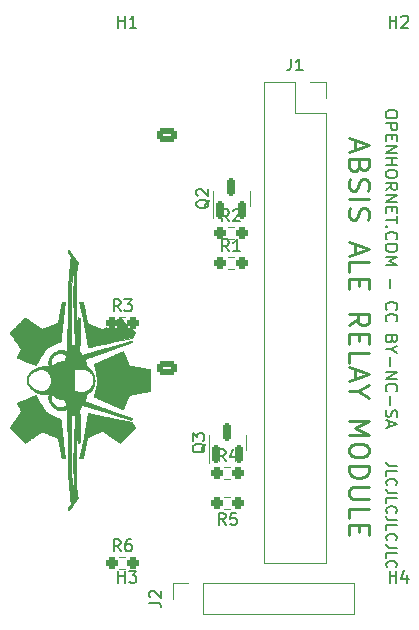
<source format=gbr>
%TF.GenerationSoftware,KiCad,Pcbnew,(6.0.9)*%
%TF.CreationDate,2023-03-27T14:38:09-08:00*%
%TF.ProjectId,ABSIS_ALE Relay Module,41425349-535f-4414-9c45-2052656c6179,1*%
%TF.SameCoordinates,Original*%
%TF.FileFunction,Legend,Top*%
%TF.FilePolarity,Positive*%
%FSLAX46Y46*%
G04 Gerber Fmt 4.6, Leading zero omitted, Abs format (unit mm)*
G04 Created by KiCad (PCBNEW (6.0.9)) date 2023-03-27 14:38:09*
%MOMM*%
%LPD*%
G01*
G04 APERTURE LIST*
G04 Aperture macros list*
%AMRoundRect*
0 Rectangle with rounded corners*
0 $1 Rounding radius*
0 $2 $3 $4 $5 $6 $7 $8 $9 X,Y pos of 4 corners*
0 Add a 4 corners polygon primitive as box body*
4,1,4,$2,$3,$4,$5,$6,$7,$8,$9,$2,$3,0*
0 Add four circle primitives for the rounded corners*
1,1,$1+$1,$2,$3*
1,1,$1+$1,$4,$5*
1,1,$1+$1,$6,$7*
1,1,$1+$1,$8,$9*
0 Add four rect primitives between the rounded corners*
20,1,$1+$1,$2,$3,$4,$5,0*
20,1,$1+$1,$4,$5,$6,$7,0*
20,1,$1+$1,$6,$7,$8,$9,0*
20,1,$1+$1,$8,$9,$2,$3,0*%
G04 Aperture macros list end*
%ADD10C,0.150000*%
%ADD11C,0.250000*%
%ADD12C,0.120000*%
%ADD13C,0.010000*%
%ADD14R,1.700000X1.700000*%
%ADD15O,1.700000X1.700000*%
%ADD16C,3.200000*%
%ADD17RoundRect,0.150000X0.150000X-0.587500X0.150000X0.587500X-0.150000X0.587500X-0.150000X-0.587500X0*%
%ADD18RoundRect,0.237500X-0.250000X-0.237500X0.250000X-0.237500X0.250000X0.237500X-0.250000X0.237500X0*%
%ADD19RoundRect,0.237500X0.250000X0.237500X-0.250000X0.237500X-0.250000X-0.237500X0.250000X-0.237500X0*%
%ADD20RoundRect,0.250000X-0.625000X0.350000X-0.625000X-0.350000X0.625000X-0.350000X0.625000X0.350000X0*%
%ADD21O,1.750000X1.200000*%
%ADD22R,2.000000X1.905000*%
%ADD23O,2.000000X1.905000*%
G04 APERTURE END LIST*
D10*
X33905619Y45088667D02*
X33905619Y44898191D01*
X33858000Y44802953D01*
X33762761Y44707715D01*
X33572285Y44660096D01*
X33238952Y44660096D01*
X33048476Y44707715D01*
X32953238Y44802953D01*
X32905619Y44898191D01*
X32905619Y45088667D01*
X32953238Y45183905D01*
X33048476Y45279143D01*
X33238952Y45326762D01*
X33572285Y45326762D01*
X33762761Y45279143D01*
X33858000Y45183905D01*
X33905619Y45088667D01*
X32905619Y44231524D02*
X33905619Y44231524D01*
X33905619Y43850572D01*
X33858000Y43755334D01*
X33810380Y43707715D01*
X33715142Y43660096D01*
X33572285Y43660096D01*
X33477047Y43707715D01*
X33429428Y43755334D01*
X33381809Y43850572D01*
X33381809Y44231524D01*
X33429428Y43231524D02*
X33429428Y42898191D01*
X32905619Y42755334D02*
X32905619Y43231524D01*
X33905619Y43231524D01*
X33905619Y42755334D01*
X32905619Y42326762D02*
X33905619Y42326762D01*
X32905619Y41755334D01*
X33905619Y41755334D01*
X32905619Y41279143D02*
X33905619Y41279143D01*
X33429428Y41279143D02*
X33429428Y40707715D01*
X32905619Y40707715D02*
X33905619Y40707715D01*
X33905619Y40041048D02*
X33905619Y39850572D01*
X33858000Y39755334D01*
X33762761Y39660096D01*
X33572285Y39612477D01*
X33238952Y39612477D01*
X33048476Y39660096D01*
X32953238Y39755334D01*
X32905619Y39850572D01*
X32905619Y40041048D01*
X32953238Y40136286D01*
X33048476Y40231524D01*
X33238952Y40279143D01*
X33572285Y40279143D01*
X33762761Y40231524D01*
X33858000Y40136286D01*
X33905619Y40041048D01*
X32905619Y38612477D02*
X33381809Y38945810D01*
X32905619Y39183905D02*
X33905619Y39183905D01*
X33905619Y38802953D01*
X33858000Y38707715D01*
X33810380Y38660096D01*
X33715142Y38612477D01*
X33572285Y38612477D01*
X33477047Y38660096D01*
X33429428Y38707715D01*
X33381809Y38802953D01*
X33381809Y39183905D01*
X32905619Y38183905D02*
X33905619Y38183905D01*
X32905619Y37612477D01*
X33905619Y37612477D01*
X33429428Y37136286D02*
X33429428Y36802953D01*
X32905619Y36660096D02*
X32905619Y37136286D01*
X33905619Y37136286D01*
X33905619Y36660096D01*
X33905619Y36374381D02*
X33905619Y35802953D01*
X32905619Y36088667D02*
X33905619Y36088667D01*
X33000857Y35469620D02*
X32953238Y35422000D01*
X32905619Y35469620D01*
X32953238Y35517239D01*
X33000857Y35469620D01*
X32905619Y35469620D01*
X33000857Y34422000D02*
X32953238Y34469620D01*
X32905619Y34612477D01*
X32905619Y34707715D01*
X32953238Y34850572D01*
X33048476Y34945810D01*
X33143714Y34993429D01*
X33334190Y35041048D01*
X33477047Y35041048D01*
X33667523Y34993429D01*
X33762761Y34945810D01*
X33858000Y34850572D01*
X33905619Y34707715D01*
X33905619Y34612477D01*
X33858000Y34469620D01*
X33810380Y34422000D01*
X33905619Y33802953D02*
X33905619Y33612477D01*
X33858000Y33517239D01*
X33762761Y33422000D01*
X33572285Y33374381D01*
X33238952Y33374381D01*
X33048476Y33422000D01*
X32953238Y33517239D01*
X32905619Y33612477D01*
X32905619Y33802953D01*
X32953238Y33898191D01*
X33048476Y33993429D01*
X33238952Y34041048D01*
X33572285Y34041048D01*
X33762761Y33993429D01*
X33858000Y33898191D01*
X33905619Y33802953D01*
X32905619Y32945810D02*
X33905619Y32945810D01*
X33191333Y32612477D01*
X33905619Y32279143D01*
X32905619Y32279143D01*
X33286571Y31041048D02*
X33286571Y30279143D01*
X33000857Y28469620D02*
X32953238Y28517239D01*
X32905619Y28660096D01*
X32905619Y28755334D01*
X32953238Y28898191D01*
X33048476Y28993429D01*
X33143714Y29041048D01*
X33334190Y29088667D01*
X33477047Y29088667D01*
X33667523Y29041048D01*
X33762761Y28993429D01*
X33858000Y28898191D01*
X33905619Y28755334D01*
X33905619Y28660096D01*
X33858000Y28517239D01*
X33810380Y28469620D01*
X33000857Y27469620D02*
X32953238Y27517239D01*
X32905619Y27660096D01*
X32905619Y27755334D01*
X32953238Y27898191D01*
X33048476Y27993429D01*
X33143714Y28041048D01*
X33334190Y28088667D01*
X33477047Y28088667D01*
X33667523Y28041048D01*
X33762761Y27993429D01*
X33858000Y27898191D01*
X33905619Y27755334D01*
X33905619Y27660096D01*
X33858000Y27517239D01*
X33810380Y27469620D01*
X33429428Y25945810D02*
X33381809Y25802953D01*
X33334190Y25755334D01*
X33238952Y25707715D01*
X33096095Y25707715D01*
X33000857Y25755334D01*
X32953238Y25802953D01*
X32905619Y25898191D01*
X32905619Y26279143D01*
X33905619Y26279143D01*
X33905619Y25945810D01*
X33858000Y25850572D01*
X33810380Y25802953D01*
X33715142Y25755334D01*
X33619904Y25755334D01*
X33524666Y25802953D01*
X33477047Y25850572D01*
X33429428Y25945810D01*
X33429428Y26279143D01*
X33381809Y25088667D02*
X32905619Y25088667D01*
X33905619Y25422000D02*
X33381809Y25088667D01*
X33905619Y24755334D01*
X33286571Y24422000D02*
X33286571Y23660096D01*
X32905619Y23183905D02*
X33905619Y23183905D01*
X32905619Y22612477D01*
X33905619Y22612477D01*
X33000857Y21564858D02*
X32953238Y21612477D01*
X32905619Y21755334D01*
X32905619Y21850572D01*
X32953238Y21993429D01*
X33048476Y22088667D01*
X33143714Y22136286D01*
X33334190Y22183905D01*
X33477047Y22183905D01*
X33667523Y22136286D01*
X33762761Y22088667D01*
X33858000Y21993429D01*
X33905619Y21850572D01*
X33905619Y21755334D01*
X33858000Y21612477D01*
X33810380Y21564858D01*
X33286571Y21136286D02*
X33286571Y20374381D01*
X32953238Y19945810D02*
X32905619Y19802953D01*
X32905619Y19564858D01*
X32953238Y19469620D01*
X33000857Y19422000D01*
X33096095Y19374381D01*
X33191333Y19374381D01*
X33286571Y19422000D01*
X33334190Y19469620D01*
X33381809Y19564858D01*
X33429428Y19755334D01*
X33477047Y19850572D01*
X33524666Y19898191D01*
X33619904Y19945810D01*
X33715142Y19945810D01*
X33810380Y19898191D01*
X33858000Y19850572D01*
X33905619Y19755334D01*
X33905619Y19517239D01*
X33858000Y19374381D01*
X33191333Y18993429D02*
X33191333Y18517239D01*
X32905619Y19088667D02*
X33905619Y18755334D01*
X32905619Y18422000D01*
D11*
X30272333Y42788334D02*
X30272333Y41955000D01*
X29772333Y42955000D02*
X31522333Y42371667D01*
X29772333Y41788334D01*
X30689000Y40621667D02*
X30605666Y40371667D01*
X30522333Y40288334D01*
X30355666Y40205000D01*
X30105666Y40205000D01*
X29939000Y40288334D01*
X29855666Y40371667D01*
X29772333Y40538334D01*
X29772333Y41205000D01*
X31522333Y41205000D01*
X31522333Y40621667D01*
X31439000Y40455000D01*
X31355666Y40371667D01*
X31189000Y40288334D01*
X31022333Y40288334D01*
X30855666Y40371667D01*
X30772333Y40455000D01*
X30689000Y40621667D01*
X30689000Y41205000D01*
X29855666Y39538334D02*
X29772333Y39288334D01*
X29772333Y38871667D01*
X29855666Y38705000D01*
X29939000Y38621667D01*
X30105666Y38538334D01*
X30272333Y38538334D01*
X30439000Y38621667D01*
X30522333Y38705000D01*
X30605666Y38871667D01*
X30689000Y39205000D01*
X30772333Y39371667D01*
X30855666Y39455000D01*
X31022333Y39538334D01*
X31189000Y39538334D01*
X31355666Y39455000D01*
X31439000Y39371667D01*
X31522333Y39205000D01*
X31522333Y38788334D01*
X31439000Y38538334D01*
X29772333Y37788334D02*
X31522333Y37788334D01*
X29855666Y37038334D02*
X29772333Y36788334D01*
X29772333Y36371667D01*
X29855666Y36205000D01*
X29939000Y36121667D01*
X30105666Y36038334D01*
X30272333Y36038334D01*
X30439000Y36121667D01*
X30522333Y36205000D01*
X30605666Y36371667D01*
X30689000Y36705000D01*
X30772333Y36871667D01*
X30855666Y36955000D01*
X31022333Y37038334D01*
X31189000Y37038334D01*
X31355666Y36955000D01*
X31439000Y36871667D01*
X31522333Y36705000D01*
X31522333Y36288334D01*
X31439000Y36038334D01*
X30272333Y34038334D02*
X30272333Y33205000D01*
X29772333Y34205000D02*
X31522333Y33621667D01*
X29772333Y33038334D01*
X29772333Y31621667D02*
X29772333Y32455000D01*
X31522333Y32455000D01*
X30689000Y31038334D02*
X30689000Y30455000D01*
X29772333Y30205000D02*
X29772333Y31038334D01*
X31522333Y31038334D01*
X31522333Y30205000D01*
X29772333Y27121667D02*
X30605666Y27705000D01*
X29772333Y28121667D02*
X31522333Y28121667D01*
X31522333Y27455000D01*
X31439000Y27288334D01*
X31355666Y27205000D01*
X31189000Y27121667D01*
X30939000Y27121667D01*
X30772333Y27205000D01*
X30689000Y27288334D01*
X30605666Y27455000D01*
X30605666Y28121667D01*
X30689000Y26371667D02*
X30689000Y25788334D01*
X29772333Y25538334D02*
X29772333Y26371667D01*
X31522333Y26371667D01*
X31522333Y25538334D01*
X29772333Y23955000D02*
X29772333Y24788334D01*
X31522333Y24788334D01*
X30272333Y23455000D02*
X30272333Y22621667D01*
X29772333Y23621667D02*
X31522333Y23038334D01*
X29772333Y22455000D01*
X30605666Y21538334D02*
X29772333Y21538334D01*
X31522333Y22121667D02*
X30605666Y21538334D01*
X31522333Y20955000D01*
X29772333Y19038334D02*
X31522333Y19038334D01*
X30272333Y18455000D01*
X31522333Y17871667D01*
X29772333Y17871667D01*
X31522333Y16705000D02*
X31522333Y16371667D01*
X31439000Y16205000D01*
X31272333Y16038334D01*
X30939000Y15955000D01*
X30355666Y15955000D01*
X30022333Y16038334D01*
X29855666Y16205000D01*
X29772333Y16371667D01*
X29772333Y16705000D01*
X29855666Y16871667D01*
X30022333Y17038334D01*
X30355666Y17121667D01*
X30939000Y17121667D01*
X31272333Y17038334D01*
X31439000Y16871667D01*
X31522333Y16705000D01*
X29772333Y15205000D02*
X31522333Y15205000D01*
X31522333Y14788334D01*
X31439000Y14538334D01*
X31272333Y14371667D01*
X31105666Y14288334D01*
X30772333Y14205000D01*
X30522333Y14205000D01*
X30189000Y14288334D01*
X30022333Y14371667D01*
X29855666Y14538334D01*
X29772333Y14788334D01*
X29772333Y15205000D01*
X31522333Y13455000D02*
X30105666Y13455000D01*
X29939000Y13371667D01*
X29855666Y13288334D01*
X29772333Y13121667D01*
X29772333Y12788334D01*
X29855666Y12621667D01*
X29939000Y12538334D01*
X30105666Y12455000D01*
X31522333Y12455000D01*
X29772333Y10788334D02*
X29772333Y11621667D01*
X31522333Y11621667D01*
X30689000Y10205000D02*
X30689000Y9621667D01*
X29772333Y9371667D02*
X29772333Y10205000D01*
X31522333Y10205000D01*
X31522333Y9371667D01*
D10*
X33850857Y15251143D02*
X33208000Y15251143D01*
X33079428Y15294000D01*
X32993714Y15379715D01*
X32950857Y15508286D01*
X32950857Y15594000D01*
X32950857Y14394000D02*
X32950857Y14822572D01*
X33850857Y14822572D01*
X33036571Y13579715D02*
X32993714Y13622572D01*
X32950857Y13751143D01*
X32950857Y13836858D01*
X32993714Y13965429D01*
X33079428Y14051143D01*
X33165142Y14094000D01*
X33336571Y14136858D01*
X33465142Y14136858D01*
X33636571Y14094000D01*
X33722285Y14051143D01*
X33808000Y13965429D01*
X33850857Y13836858D01*
X33850857Y13751143D01*
X33808000Y13622572D01*
X33765142Y13579715D01*
X33850857Y12936858D02*
X33208000Y12936858D01*
X33079428Y12979715D01*
X32993714Y13065429D01*
X32950857Y13194000D01*
X32950857Y13279715D01*
X32950857Y12079715D02*
X32950857Y12508286D01*
X33850857Y12508286D01*
X33036571Y11265429D02*
X32993714Y11308286D01*
X32950857Y11436858D01*
X32950857Y11522572D01*
X32993714Y11651143D01*
X33079428Y11736858D01*
X33165142Y11779715D01*
X33336571Y11822572D01*
X33465142Y11822572D01*
X33636571Y11779715D01*
X33722285Y11736858D01*
X33808000Y11651143D01*
X33850857Y11522572D01*
X33850857Y11436858D01*
X33808000Y11308286D01*
X33765142Y11265429D01*
X33850857Y10622572D02*
X33208000Y10622572D01*
X33079428Y10665429D01*
X32993714Y10751143D01*
X32950857Y10879715D01*
X32950857Y10965429D01*
X32950857Y9765429D02*
X32950857Y10194000D01*
X33850857Y10194000D01*
X33036571Y8951143D02*
X32993714Y8994000D01*
X32950857Y9122572D01*
X32950857Y9208286D01*
X32993714Y9336858D01*
X33079428Y9422572D01*
X33165142Y9465429D01*
X33336571Y9508286D01*
X33465142Y9508286D01*
X33636571Y9465429D01*
X33722285Y9422572D01*
X33808000Y9336858D01*
X33850857Y9208286D01*
X33850857Y9122572D01*
X33808000Y8994000D01*
X33765142Y8951143D01*
X33850857Y8308286D02*
X33208000Y8308286D01*
X33079428Y8351143D01*
X32993714Y8436858D01*
X32950857Y8565429D01*
X32950857Y8651143D01*
X32950857Y7451143D02*
X32950857Y7879715D01*
X33850857Y7879715D01*
X33036571Y6636858D02*
X32993714Y6679715D01*
X32950857Y6808286D01*
X32950857Y6894000D01*
X32993714Y7022572D01*
X33079428Y7108286D01*
X33165142Y7151143D01*
X33336571Y7194000D01*
X33465142Y7194000D01*
X33636571Y7151143D01*
X33722285Y7108286D01*
X33808000Y7022572D01*
X33850857Y6894000D01*
X33850857Y6808286D01*
X33808000Y6679715D01*
X33765142Y6636858D01*
%TO.C,J2*%
X12882380Y3666667D02*
X13596666Y3666667D01*
X13739523Y3619048D01*
X13834761Y3523810D01*
X13882380Y3380953D01*
X13882380Y3285715D01*
X12977619Y4095239D02*
X12930000Y4142858D01*
X12882380Y4238096D01*
X12882380Y4476191D01*
X12930000Y4571429D01*
X12977619Y4619048D01*
X13072857Y4666667D01*
X13168095Y4666667D01*
X13310952Y4619048D01*
X13882380Y4047620D01*
X13882380Y4666667D01*
%TO.C,H2*%
X33238095Y52347620D02*
X33238095Y53347620D01*
X33238095Y52871429D02*
X33809523Y52871429D01*
X33809523Y52347620D02*
X33809523Y53347620D01*
X34238095Y53252381D02*
X34285714Y53300000D01*
X34380952Y53347620D01*
X34619047Y53347620D01*
X34714285Y53300000D01*
X34761904Y53252381D01*
X34809523Y53157143D01*
X34809523Y53061905D01*
X34761904Y52919048D01*
X34190476Y52347620D01*
X34809523Y52347620D01*
%TO.C,H3*%
X10238095Y5347620D02*
X10238095Y6347620D01*
X10238095Y5871429D02*
X10809523Y5871429D01*
X10809523Y5347620D02*
X10809523Y6347620D01*
X11190476Y6347620D02*
X11809523Y6347620D01*
X11476190Y5966667D01*
X11619047Y5966667D01*
X11714285Y5919048D01*
X11761904Y5871429D01*
X11809523Y5776191D01*
X11809523Y5538096D01*
X11761904Y5442858D01*
X11714285Y5395239D01*
X11619047Y5347620D01*
X11333333Y5347620D01*
X11238095Y5395239D01*
X11190476Y5442858D01*
%TO.C,H4*%
X33238095Y5347620D02*
X33238095Y6347620D01*
X33238095Y5871429D02*
X33809523Y5871429D01*
X33809523Y5347620D02*
X33809523Y6347620D01*
X34714285Y6014286D02*
X34714285Y5347620D01*
X34476190Y6395239D02*
X34238095Y5680953D01*
X34857142Y5680953D01*
%TO.C,H1*%
X10238095Y52347620D02*
X10238095Y53347620D01*
X10238095Y52871429D02*
X10809523Y52871429D01*
X10809523Y52347620D02*
X10809523Y53347620D01*
X11809523Y52347620D02*
X11238095Y52347620D01*
X11523809Y52347620D02*
X11523809Y53347620D01*
X11428571Y53204762D01*
X11333333Y53109524D01*
X11238095Y53061905D01*
%TO.C,J1*%
X24896666Y49717620D02*
X24896666Y49003334D01*
X24849047Y48860477D01*
X24753809Y48765239D01*
X24610952Y48717620D01*
X24515714Y48717620D01*
X25896666Y48717620D02*
X25325238Y48717620D01*
X25610952Y48717620D02*
X25610952Y49717620D01*
X25515714Y49574762D01*
X25420476Y49479524D01*
X25325238Y49431905D01*
%TO.C,Q2*%
X17977619Y37779762D02*
X17930000Y37684524D01*
X17834761Y37589286D01*
X17691904Y37446429D01*
X17644285Y37351191D01*
X17644285Y37255953D01*
X17882380Y37303572D02*
X17834761Y37208334D01*
X17739523Y37113096D01*
X17549047Y37065477D01*
X17215714Y37065477D01*
X17025238Y37113096D01*
X16930000Y37208334D01*
X16882380Y37303572D01*
X16882380Y37494048D01*
X16930000Y37589286D01*
X17025238Y37684524D01*
X17215714Y37732143D01*
X17549047Y37732143D01*
X17739523Y37684524D01*
X17834761Y37589286D01*
X17882380Y37494048D01*
X17882380Y37303572D01*
X16977619Y38113096D02*
X16930000Y38160715D01*
X16882380Y38255953D01*
X16882380Y38494048D01*
X16930000Y38589286D01*
X16977619Y38636905D01*
X17072857Y38684524D01*
X17168095Y38684524D01*
X17310952Y38636905D01*
X17882380Y38065477D01*
X17882380Y38684524D01*
%TO.C,Q3*%
X17662619Y17094762D02*
X17615000Y16999524D01*
X17519761Y16904286D01*
X17376904Y16761429D01*
X17329285Y16666191D01*
X17329285Y16570953D01*
X17567380Y16618572D02*
X17519761Y16523334D01*
X17424523Y16428096D01*
X17234047Y16380477D01*
X16900714Y16380477D01*
X16710238Y16428096D01*
X16615000Y16523334D01*
X16567380Y16618572D01*
X16567380Y16809048D01*
X16615000Y16904286D01*
X16710238Y16999524D01*
X16900714Y17047143D01*
X17234047Y17047143D01*
X17424523Y16999524D01*
X17519761Y16904286D01*
X17567380Y16809048D01*
X17567380Y16618572D01*
X16567380Y17380477D02*
X16567380Y17999524D01*
X16948333Y17666191D01*
X16948333Y17809048D01*
X16995952Y17904286D01*
X17043571Y17951905D01*
X17138809Y17999524D01*
X17376904Y17999524D01*
X17472142Y17951905D01*
X17519761Y17904286D01*
X17567380Y17809048D01*
X17567380Y17523334D01*
X17519761Y17428096D01*
X17472142Y17380477D01*
%TO.C,R1*%
X19625833Y33407620D02*
X19292500Y33883810D01*
X19054404Y33407620D02*
X19054404Y34407620D01*
X19435357Y34407620D01*
X19530595Y34360000D01*
X19578214Y34312381D01*
X19625833Y34217143D01*
X19625833Y34074286D01*
X19578214Y33979048D01*
X19530595Y33931429D01*
X19435357Y33883810D01*
X19054404Y33883810D01*
X20578214Y33407620D02*
X20006785Y33407620D01*
X20292500Y33407620D02*
X20292500Y34407620D01*
X20197261Y34264762D01*
X20102023Y34169524D01*
X20006785Y34121905D01*
%TO.C,R2*%
X19625833Y35947620D02*
X19292500Y36423810D01*
X19054404Y35947620D02*
X19054404Y36947620D01*
X19435357Y36947620D01*
X19530595Y36900000D01*
X19578214Y36852381D01*
X19625833Y36757143D01*
X19625833Y36614286D01*
X19578214Y36519048D01*
X19530595Y36471429D01*
X19435357Y36423810D01*
X19054404Y36423810D01*
X20006785Y36852381D02*
X20054404Y36900000D01*
X20149642Y36947620D01*
X20387738Y36947620D01*
X20482976Y36900000D01*
X20530595Y36852381D01*
X20578214Y36757143D01*
X20578214Y36661905D01*
X20530595Y36519048D01*
X19959166Y35947620D01*
X20578214Y35947620D01*
%TO.C,R3*%
X10458333Y28327620D02*
X10125000Y28803810D01*
X9886904Y28327620D02*
X9886904Y29327620D01*
X10267857Y29327620D01*
X10363095Y29280000D01*
X10410714Y29232381D01*
X10458333Y29137143D01*
X10458333Y28994286D01*
X10410714Y28899048D01*
X10363095Y28851429D01*
X10267857Y28803810D01*
X9886904Y28803810D01*
X10791666Y29327620D02*
X11410714Y29327620D01*
X11077380Y28946667D01*
X11220238Y28946667D01*
X11315476Y28899048D01*
X11363095Y28851429D01*
X11410714Y28756191D01*
X11410714Y28518096D01*
X11363095Y28422858D01*
X11315476Y28375239D01*
X11220238Y28327620D01*
X10934523Y28327620D01*
X10839285Y28375239D01*
X10791666Y28422858D01*
%TO.C,R5*%
X19348333Y10227620D02*
X19015000Y10703810D01*
X18776904Y10227620D02*
X18776904Y11227620D01*
X19157857Y11227620D01*
X19253095Y11180000D01*
X19300714Y11132381D01*
X19348333Y11037143D01*
X19348333Y10894286D01*
X19300714Y10799048D01*
X19253095Y10751429D01*
X19157857Y10703810D01*
X18776904Y10703810D01*
X20253095Y11227620D02*
X19776904Y11227620D01*
X19729285Y10751429D01*
X19776904Y10799048D01*
X19872142Y10846667D01*
X20110238Y10846667D01*
X20205476Y10799048D01*
X20253095Y10751429D01*
X20300714Y10656191D01*
X20300714Y10418096D01*
X20253095Y10322858D01*
X20205476Y10275239D01*
X20110238Y10227620D01*
X19872142Y10227620D01*
X19776904Y10275239D01*
X19729285Y10322858D01*
%TO.C,R4*%
X19348333Y15627620D02*
X19015000Y16103810D01*
X18776904Y15627620D02*
X18776904Y16627620D01*
X19157857Y16627620D01*
X19253095Y16580000D01*
X19300714Y16532381D01*
X19348333Y16437143D01*
X19348333Y16294286D01*
X19300714Y16199048D01*
X19253095Y16151429D01*
X19157857Y16103810D01*
X18776904Y16103810D01*
X20205476Y16294286D02*
X20205476Y15627620D01*
X19967380Y16675239D02*
X19729285Y15960953D01*
X20348333Y15960953D01*
%TO.C,R6*%
X10458333Y8007620D02*
X10125000Y8483810D01*
X9886904Y8007620D02*
X9886904Y9007620D01*
X10267857Y9007620D01*
X10363095Y8960000D01*
X10410714Y8912381D01*
X10458333Y8817143D01*
X10458333Y8674286D01*
X10410714Y8579048D01*
X10363095Y8531429D01*
X10267857Y8483810D01*
X9886904Y8483810D01*
X11315476Y9007620D02*
X11125000Y9007620D01*
X11029761Y8960000D01*
X10982142Y8912381D01*
X10886904Y8769524D01*
X10839285Y8579048D01*
X10839285Y8198096D01*
X10886904Y8102858D01*
X10934523Y8055239D01*
X11029761Y8007620D01*
X11220238Y8007620D01*
X11315476Y8055239D01*
X11363095Y8102858D01*
X11410714Y8198096D01*
X11410714Y8436191D01*
X11363095Y8531429D01*
X11315476Y8579048D01*
X11220238Y8626667D01*
X11029761Y8626667D01*
X10934523Y8579048D01*
X10886904Y8531429D01*
X10839285Y8436191D01*
D12*
%TO.C,J2*%
X14870000Y4000000D02*
X14870000Y5330000D01*
X14870000Y5330000D02*
X16200000Y5330000D01*
X17470000Y5330000D02*
X30230000Y5330000D01*
X17470000Y2670000D02*
X30230000Y2670000D01*
X30230000Y2670000D02*
X30230000Y5330000D01*
X17470000Y2670000D02*
X17470000Y5330000D01*
%TO.C,J1*%
X25230000Y47730000D02*
X25230000Y45130000D01*
X27830000Y47730000D02*
X27830000Y46400000D01*
X22630000Y6970000D02*
X27830000Y6970000D01*
X25230000Y45130000D02*
X27830000Y45130000D01*
X22630000Y47730000D02*
X22630000Y6970000D01*
X27830000Y45130000D02*
X27830000Y6970000D01*
X26500000Y47730000D02*
X27830000Y47730000D01*
X22630000Y47730000D02*
X25230000Y47730000D01*
%TO.C,Q2*%
X18270000Y37875000D02*
X18270000Y38525000D01*
X21390000Y37875000D02*
X21390000Y38525000D01*
X18270000Y37875000D02*
X18270000Y36200000D01*
X21390000Y37875000D02*
X21390000Y37225000D01*
%TO.C,Q3*%
X17955000Y17190000D02*
X17955000Y17840000D01*
X21075000Y17190000D02*
X21075000Y17840000D01*
X17955000Y17190000D02*
X17955000Y15515000D01*
X21075000Y17190000D02*
X21075000Y16540000D01*
%TO.C,R1*%
X19537776Y32952500D02*
X20047224Y32952500D01*
X19537776Y31907500D02*
X20047224Y31907500D01*
%TO.C,R2*%
X19537776Y35492500D02*
X20047224Y35492500D01*
X19537776Y34447500D02*
X20047224Y34447500D01*
%TO.C,R3*%
X10370276Y27872500D02*
X10879724Y27872500D01*
X10370276Y26827500D02*
X10879724Y26827500D01*
%TO.C,R5*%
X19769724Y11587500D02*
X19260276Y11587500D01*
X19769724Y12632500D02*
X19260276Y12632500D01*
%TO.C,R4*%
X19260276Y15172500D02*
X19769724Y15172500D01*
X19260276Y14127500D02*
X19769724Y14127500D01*
%TO.C,R6*%
X10370276Y7552500D02*
X10879724Y7552500D01*
X10370276Y6507500D02*
X10879724Y6507500D01*
%TO.C,LOGO1*%
G36*
X10673356Y24931614D02*
G01*
X10684404Y24909324D01*
X10701082Y24872772D01*
X10723074Y24822693D01*
X10750066Y24759824D01*
X10781742Y24684899D01*
X10817786Y24598656D01*
X10857885Y24501828D01*
X10901721Y24395153D01*
X10911225Y24371930D01*
X10949656Y24278178D01*
X10986576Y24188540D01*
X11021437Y24104325D01*
X11053689Y24026841D01*
X11082781Y23957395D01*
X11108165Y23897295D01*
X11129290Y23847849D01*
X11145607Y23810366D01*
X11156567Y23786153D01*
X11161254Y23776990D01*
X11181067Y23755314D01*
X11205944Y23737329D01*
X11207863Y23736316D01*
X11220914Y23732371D01*
X11249840Y23725591D01*
X11293848Y23716130D01*
X11352146Y23704144D01*
X11423941Y23689789D01*
X11508441Y23673219D01*
X11604854Y23654591D01*
X11712387Y23634060D01*
X11830247Y23611781D01*
X11957643Y23587909D01*
X12082754Y23564644D01*
X12200272Y23542813D01*
X12313253Y23521720D01*
X12420563Y23501582D01*
X12521068Y23482618D01*
X12613634Y23465044D01*
X12697127Y23449078D01*
X12770411Y23434938D01*
X12832354Y23422842D01*
X12881820Y23413005D01*
X12917676Y23405647D01*
X12938787Y23400985D01*
X12944149Y23399461D01*
X12950773Y23396002D01*
X12956652Y23392478D01*
X12961829Y23387914D01*
X12966350Y23381333D01*
X12970258Y23371759D01*
X12973599Y23358215D01*
X12976417Y23339726D01*
X12978757Y23315315D01*
X12980661Y23284006D01*
X12982177Y23244823D01*
X12983346Y23196789D01*
X12984215Y23138929D01*
X12984828Y23070266D01*
X12985229Y22989823D01*
X12985462Y22896626D01*
X12985572Y22789697D01*
X12985603Y22668060D01*
X12985600Y22530739D01*
X12985600Y22489377D01*
X12985583Y22349711D01*
X12985522Y22225987D01*
X12985400Y22117213D01*
X12985201Y22022399D01*
X12984909Y21940553D01*
X12984509Y21870684D01*
X12983985Y21811800D01*
X12983320Y21762910D01*
X12982499Y21723023D01*
X12981506Y21691147D01*
X12980324Y21666291D01*
X12978938Y21647464D01*
X12977332Y21633674D01*
X12975490Y21623930D01*
X12973396Y21617241D01*
X12971501Y21613378D01*
X12955245Y21593421D01*
X12937505Y21580444D01*
X12926554Y21577660D01*
X12900095Y21572020D01*
X12859269Y21563743D01*
X12805221Y21553049D01*
X12739092Y21540159D01*
X12662026Y21525293D01*
X12575165Y21508669D01*
X12479652Y21490507D01*
X12376630Y21471029D01*
X12267242Y21450453D01*
X12152631Y21428999D01*
X12074524Y21414437D01*
X11957015Y21392489D01*
X11843930Y21371226D01*
X11736415Y21350869D01*
X11635619Y21331645D01*
X11542688Y21313774D01*
X11458772Y21297482D01*
X11385017Y21282993D01*
X11322572Y21270528D01*
X11272583Y21260313D01*
X11236198Y21252571D01*
X11214566Y21247525D01*
X11208938Y21245786D01*
X11186052Y21230385D01*
X11168265Y21214221D01*
X11162949Y21204198D01*
X11151867Y21179992D01*
X11135642Y21143101D01*
X11114894Y21095026D01*
X11090245Y21037266D01*
X11062319Y20971318D01*
X11031736Y20898684D01*
X10999118Y20820861D01*
X10965088Y20739349D01*
X10930266Y20655647D01*
X10895276Y20571254D01*
X10860739Y20487670D01*
X10827276Y20406393D01*
X10795511Y20328923D01*
X10766064Y20256759D01*
X10739557Y20191399D01*
X10716613Y20134344D01*
X10697853Y20087092D01*
X10683899Y20051142D01*
X10675373Y20027994D01*
X10672980Y20020268D01*
X10670103Y20019459D01*
X10661907Y20021216D01*
X10647769Y20025810D01*
X10627062Y20033515D01*
X10599163Y20044600D01*
X10563447Y20059337D01*
X10519289Y20077999D01*
X10466064Y20100856D01*
X10403149Y20128179D01*
X10329917Y20160242D01*
X10245746Y20197314D01*
X10150009Y20239668D01*
X10042083Y20287575D01*
X9921343Y20341306D01*
X9787164Y20401134D01*
X9638921Y20467329D01*
X9475990Y20540163D01*
X9442301Y20555232D01*
X9305594Y20616393D01*
X9173009Y20675734D01*
X9045378Y20732883D01*
X8923532Y20787466D01*
X8808305Y20839109D01*
X8700527Y20887438D01*
X8601032Y20932080D01*
X8510650Y20972662D01*
X8430215Y21008810D01*
X8360557Y21040151D01*
X8302510Y21066310D01*
X8256905Y21086915D01*
X8224574Y21101592D01*
X8206349Y21109967D01*
X8202489Y21111837D01*
X8198418Y21117096D01*
X8197588Y21127649D01*
X8200450Y21145887D01*
X8207456Y21174203D01*
X8219055Y21214991D01*
X8226927Y21241506D01*
X8261806Y21363192D01*
X8296383Y21493584D01*
X8329673Y21628437D01*
X8360693Y21763502D01*
X8388460Y21894533D01*
X8411991Y22017283D01*
X8426768Y22104533D01*
X8432978Y22155350D01*
X8438057Y22219682D01*
X8441964Y22294146D01*
X8444658Y22375361D01*
X8446097Y22459942D01*
X8446241Y22544507D01*
X8445047Y22625674D01*
X8442475Y22700059D01*
X8438483Y22764280D01*
X8435242Y22797818D01*
X8422074Y22894837D01*
X8403741Y23004439D01*
X8380963Y23123330D01*
X8354463Y23248219D01*
X8324964Y23375810D01*
X8293186Y23502811D01*
X8259852Y23625928D01*
X8234962Y23711419D01*
X8221306Y23757191D01*
X8209570Y23797258D01*
X8200553Y23828837D01*
X8195050Y23849145D01*
X8193711Y23855352D01*
X8201364Y23859349D01*
X8223718Y23869740D01*
X8259948Y23886162D01*
X8309228Y23908250D01*
X8370733Y23935640D01*
X8443638Y23967969D01*
X8527118Y24004872D01*
X8620348Y24045985D01*
X8722502Y24090944D01*
X8832755Y24139385D01*
X8950283Y24190944D01*
X9074259Y24245258D01*
X9203858Y24301961D01*
X9338256Y24360690D01*
X9426015Y24399000D01*
X9563186Y24458844D01*
X9696198Y24516847D01*
X9824216Y24572647D01*
X9946408Y24625881D01*
X10061940Y24676187D01*
X10169979Y24723203D01*
X10269690Y24766567D01*
X10360241Y24805916D01*
X10440799Y24840889D01*
X10510529Y24871123D01*
X10568598Y24896255D01*
X10614173Y24915925D01*
X10646421Y24929768D01*
X10664508Y24937424D01*
X10668254Y24938906D01*
X10673356Y24931614D01*
G37*
D13*
X10673356Y24931614D02*
X10684404Y24909324D01*
X10701082Y24872772D01*
X10723074Y24822693D01*
X10750066Y24759824D01*
X10781742Y24684899D01*
X10817786Y24598656D01*
X10857885Y24501828D01*
X10901721Y24395153D01*
X10911225Y24371930D01*
X10949656Y24278178D01*
X10986576Y24188540D01*
X11021437Y24104325D01*
X11053689Y24026841D01*
X11082781Y23957395D01*
X11108165Y23897295D01*
X11129290Y23847849D01*
X11145607Y23810366D01*
X11156567Y23786153D01*
X11161254Y23776990D01*
X11181067Y23755314D01*
X11205944Y23737329D01*
X11207863Y23736316D01*
X11220914Y23732371D01*
X11249840Y23725591D01*
X11293848Y23716130D01*
X11352146Y23704144D01*
X11423941Y23689789D01*
X11508441Y23673219D01*
X11604854Y23654591D01*
X11712387Y23634060D01*
X11830247Y23611781D01*
X11957643Y23587909D01*
X12082754Y23564644D01*
X12200272Y23542813D01*
X12313253Y23521720D01*
X12420563Y23501582D01*
X12521068Y23482618D01*
X12613634Y23465044D01*
X12697127Y23449078D01*
X12770411Y23434938D01*
X12832354Y23422842D01*
X12881820Y23413005D01*
X12917676Y23405647D01*
X12938787Y23400985D01*
X12944149Y23399461D01*
X12950773Y23396002D01*
X12956652Y23392478D01*
X12961829Y23387914D01*
X12966350Y23381333D01*
X12970258Y23371759D01*
X12973599Y23358215D01*
X12976417Y23339726D01*
X12978757Y23315315D01*
X12980661Y23284006D01*
X12982177Y23244823D01*
X12983346Y23196789D01*
X12984215Y23138929D01*
X12984828Y23070266D01*
X12985229Y22989823D01*
X12985462Y22896626D01*
X12985572Y22789697D01*
X12985603Y22668060D01*
X12985600Y22530739D01*
X12985600Y22489377D01*
X12985583Y22349711D01*
X12985522Y22225987D01*
X12985400Y22117213D01*
X12985201Y22022399D01*
X12984909Y21940553D01*
X12984509Y21870684D01*
X12983985Y21811800D01*
X12983320Y21762910D01*
X12982499Y21723023D01*
X12981506Y21691147D01*
X12980324Y21666291D01*
X12978938Y21647464D01*
X12977332Y21633674D01*
X12975490Y21623930D01*
X12973396Y21617241D01*
X12971501Y21613378D01*
X12955245Y21593421D01*
X12937505Y21580444D01*
X12926554Y21577660D01*
X12900095Y21572020D01*
X12859269Y21563743D01*
X12805221Y21553049D01*
X12739092Y21540159D01*
X12662026Y21525293D01*
X12575165Y21508669D01*
X12479652Y21490507D01*
X12376630Y21471029D01*
X12267242Y21450453D01*
X12152631Y21428999D01*
X12074524Y21414437D01*
X11957015Y21392489D01*
X11843930Y21371226D01*
X11736415Y21350869D01*
X11635619Y21331645D01*
X11542688Y21313774D01*
X11458772Y21297482D01*
X11385017Y21282993D01*
X11322572Y21270528D01*
X11272583Y21260313D01*
X11236198Y21252571D01*
X11214566Y21247525D01*
X11208938Y21245786D01*
X11186052Y21230385D01*
X11168265Y21214221D01*
X11162949Y21204198D01*
X11151867Y21179992D01*
X11135642Y21143101D01*
X11114894Y21095026D01*
X11090245Y21037266D01*
X11062319Y20971318D01*
X11031736Y20898684D01*
X10999118Y20820861D01*
X10965088Y20739349D01*
X10930266Y20655647D01*
X10895276Y20571254D01*
X10860739Y20487670D01*
X10827276Y20406393D01*
X10795511Y20328923D01*
X10766064Y20256759D01*
X10739557Y20191399D01*
X10716613Y20134344D01*
X10697853Y20087092D01*
X10683899Y20051142D01*
X10675373Y20027994D01*
X10672980Y20020268D01*
X10670103Y20019459D01*
X10661907Y20021216D01*
X10647769Y20025810D01*
X10627062Y20033515D01*
X10599163Y20044600D01*
X10563447Y20059337D01*
X10519289Y20077999D01*
X10466064Y20100856D01*
X10403149Y20128179D01*
X10329917Y20160242D01*
X10245746Y20197314D01*
X10150009Y20239668D01*
X10042083Y20287575D01*
X9921343Y20341306D01*
X9787164Y20401134D01*
X9638921Y20467329D01*
X9475990Y20540163D01*
X9442301Y20555232D01*
X9305594Y20616393D01*
X9173009Y20675734D01*
X9045378Y20732883D01*
X8923532Y20787466D01*
X8808305Y20839109D01*
X8700527Y20887438D01*
X8601032Y20932080D01*
X8510650Y20972662D01*
X8430215Y21008810D01*
X8360557Y21040151D01*
X8302510Y21066310D01*
X8256905Y21086915D01*
X8224574Y21101592D01*
X8206349Y21109967D01*
X8202489Y21111837D01*
X8198418Y21117096D01*
X8197588Y21127649D01*
X8200450Y21145887D01*
X8207456Y21174203D01*
X8219055Y21214991D01*
X8226927Y21241506D01*
X8261806Y21363192D01*
X8296383Y21493584D01*
X8329673Y21628437D01*
X8360693Y21763502D01*
X8388460Y21894533D01*
X8411991Y22017283D01*
X8426768Y22104533D01*
X8432978Y22155350D01*
X8438057Y22219682D01*
X8441964Y22294146D01*
X8444658Y22375361D01*
X8446097Y22459942D01*
X8446241Y22544507D01*
X8445047Y22625674D01*
X8442475Y22700059D01*
X8438483Y22764280D01*
X8435242Y22797818D01*
X8422074Y22894837D01*
X8403741Y23004439D01*
X8380963Y23123330D01*
X8354463Y23248219D01*
X8324964Y23375810D01*
X8293186Y23502811D01*
X8259852Y23625928D01*
X8234962Y23711419D01*
X8221306Y23757191D01*
X8209570Y23797258D01*
X8200553Y23828837D01*
X8195050Y23849145D01*
X8193711Y23855352D01*
X8201364Y23859349D01*
X8223718Y23869740D01*
X8259948Y23886162D01*
X8309228Y23908250D01*
X8370733Y23935640D01*
X8443638Y23967969D01*
X8527118Y24004872D01*
X8620348Y24045985D01*
X8722502Y24090944D01*
X8832755Y24139385D01*
X8950283Y24190944D01*
X9074259Y24245258D01*
X9203858Y24301961D01*
X9338256Y24360690D01*
X9426015Y24399000D01*
X9563186Y24458844D01*
X9696198Y24516847D01*
X9824216Y24572647D01*
X9946408Y24625881D01*
X10061940Y24676187D01*
X10169979Y24723203D01*
X10269690Y24766567D01*
X10360241Y24805916D01*
X10440799Y24840889D01*
X10510529Y24871123D01*
X10568598Y24896255D01*
X10614173Y24915925D01*
X10646421Y24929768D01*
X10664508Y24937424D01*
X10668254Y24938906D01*
X10673356Y24931614D01*
G36*
X9430371Y25253558D02*
G01*
X9608903Y25306424D01*
X9782618Y25357848D01*
X9950826Y25407627D01*
X10112837Y25455556D01*
X10267960Y25501432D01*
X10415507Y25545052D01*
X10554787Y25586211D01*
X10685110Y25624706D01*
X10805787Y25660334D01*
X10916127Y25692890D01*
X11015441Y25722171D01*
X11103039Y25747973D01*
X11178231Y25770092D01*
X11240328Y25788325D01*
X11288638Y25802468D01*
X11322473Y25812318D01*
X11341143Y25817670D01*
X11344697Y25818623D01*
X11369574Y25816036D01*
X11390751Y25799850D01*
X11405427Y25773375D01*
X11410801Y25740559D01*
X11409375Y25716949D01*
X11403032Y25704270D01*
X11388672Y25696616D01*
X11387517Y25696198D01*
X11373571Y25691224D01*
X11344596Y25680898D01*
X11301513Y25665551D01*
X11245246Y25645509D01*
X11176718Y25621103D01*
X11096851Y25592660D01*
X11006568Y25560508D01*
X10906792Y25524978D01*
X10798445Y25486396D01*
X10682451Y25445092D01*
X10559731Y25401394D01*
X10431210Y25355630D01*
X10297809Y25308130D01*
X10160452Y25259222D01*
X10020060Y25209234D01*
X9877558Y25158495D01*
X9733867Y25107333D01*
X9589911Y25056078D01*
X9446611Y25005057D01*
X9304892Y24954599D01*
X9165675Y24905033D01*
X9029883Y24856687D01*
X8898440Y24809889D01*
X8772268Y24764969D01*
X8652289Y24722256D01*
X8539427Y24682076D01*
X8434604Y24644759D01*
X8338743Y24610634D01*
X8252766Y24580030D01*
X8177598Y24553273D01*
X8114159Y24530694D01*
X8100334Y24525774D01*
X8000161Y24490111D01*
X7904672Y24456090D01*
X7815057Y24424138D01*
X7732509Y24394679D01*
X7658216Y24368141D01*
X7593371Y24344947D01*
X7539164Y24325525D01*
X7496785Y24310300D01*
X7467426Y24299698D01*
X7452277Y24294144D01*
X7450406Y24293400D01*
X7451872Y24285246D01*
X7458308Y24267399D01*
X7460402Y24262278D01*
X7471572Y24227312D01*
X7482323Y24178177D01*
X7492312Y24117635D01*
X7501194Y24048451D01*
X7508626Y23973387D01*
X7514262Y23895208D01*
X7517760Y23816676D01*
X7518251Y23797710D01*
X7520208Y23708653D01*
X7589078Y23667802D01*
X7665709Y23618539D01*
X7743776Y23561412D01*
X7819843Y23499365D01*
X7890473Y23435343D01*
X7952232Y23372289D01*
X7999326Y23316268D01*
X8038426Y23257918D01*
X8078082Y23185970D01*
X8116963Y23103654D01*
X8153738Y23014200D01*
X8187073Y22920838D01*
X8215638Y22826797D01*
X8237193Y22739533D01*
X8248150Y22672106D01*
X8255071Y22593349D01*
X8257958Y22508375D01*
X8256809Y22422301D01*
X8251624Y22340240D01*
X8242404Y22267309D01*
X8237193Y22240000D01*
X8211122Y22135787D01*
X8178396Y22031696D01*
X8140324Y21930801D01*
X8098215Y21836173D01*
X8053379Y21750884D01*
X8007124Y21678006D01*
X7985274Y21648924D01*
X7931314Y21587632D01*
X7865956Y21523250D01*
X7793388Y21459299D01*
X7717802Y21399300D01*
X7643387Y21346776D01*
X7580031Y21308338D01*
X7520299Y21275556D01*
X7518217Y21179928D01*
X7513370Y21069372D01*
X7503962Y20961418D01*
X7490466Y20859721D01*
X7473355Y20767939D01*
X7456136Y20699820D01*
X7456404Y20698381D01*
X7458273Y20696456D01*
X7462236Y20693866D01*
X7468787Y20690434D01*
X7478418Y20685981D01*
X7491624Y20680329D01*
X7508898Y20673299D01*
X7530733Y20664713D01*
X7557623Y20654393D01*
X7590060Y20642161D01*
X7628539Y20627838D01*
X7673553Y20611247D01*
X7725595Y20592208D01*
X7785158Y20570544D01*
X7852737Y20546076D01*
X7928823Y20518626D01*
X8013912Y20488016D01*
X8108495Y20454067D01*
X8213068Y20416602D01*
X8328122Y20375441D01*
X8454151Y20330407D01*
X8591649Y20281322D01*
X8741109Y20228006D01*
X8903025Y20170283D01*
X9077890Y20107973D01*
X9266197Y20040898D01*
X9468439Y19968880D01*
X9685111Y19891741D01*
X9916705Y19809303D01*
X10163715Y19721386D01*
X10187367Y19712968D01*
X11406567Y19279048D01*
X11409068Y19241710D01*
X11408859Y19215528D01*
X11401707Y19197284D01*
X11386454Y19180309D01*
X11361338Y19156247D01*
X9267847Y19776429D01*
X7174355Y20396610D01*
X7156710Y20374481D01*
X7147886Y20360783D01*
X7132742Y20334413D01*
X7112609Y20297805D01*
X7088813Y20253396D01*
X7062684Y20203621D01*
X7047121Y20173522D01*
X6955177Y19994691D01*
X6990382Y19388029D01*
X7000811Y19208053D01*
X7010276Y19044075D01*
X7018818Y18895192D01*
X7026478Y18760498D01*
X7033299Y18639088D01*
X7039323Y18530058D01*
X7044589Y18432504D01*
X7049142Y18345520D01*
X7053021Y18268201D01*
X7056270Y18199644D01*
X7058929Y18138943D01*
X7061040Y18085193D01*
X7062645Y18037490D01*
X7063785Y17994930D01*
X7064503Y17956607D01*
X7064840Y17921616D01*
X7064837Y17889054D01*
X7064537Y17858015D01*
X7063981Y17827595D01*
X7063389Y17803467D01*
X7059488Y17684865D01*
X7054518Y17580254D01*
X7048526Y17490261D01*
X7041558Y17415514D01*
X7033661Y17356640D01*
X7027987Y17326894D01*
X7011152Y17277329D01*
X6984092Y17238710D01*
X6944247Y17207934D01*
X6918670Y17194491D01*
X6901887Y17186336D01*
X6888181Y17180229D01*
X6876957Y17177594D01*
X6867619Y17179854D01*
X6859573Y17188431D01*
X6852223Y17204749D01*
X6844975Y17230231D01*
X6837233Y17266300D01*
X6828402Y17314378D01*
X6817887Y17375890D01*
X6805094Y17452257D01*
X6801209Y17475384D01*
X6786150Y17564482D01*
X6773579Y17637901D01*
X6763293Y17696679D01*
X6755091Y17741854D01*
X6748771Y17774466D01*
X6744131Y17795553D01*
X6740969Y17806154D01*
X6739083Y17807307D01*
X6738271Y17800052D01*
X6738248Y17799234D01*
X6737945Y17788977D01*
X6737147Y17762729D01*
X6735884Y17721421D01*
X6734184Y17665988D01*
X6732077Y17597363D01*
X6729590Y17516478D01*
X6726752Y17424266D01*
X6723593Y17321662D01*
X6720140Y17209598D01*
X6716424Y17089008D01*
X6712472Y16960823D01*
X6708312Y16825979D01*
X6703975Y16685408D01*
X6699489Y16540042D01*
X6697964Y16490672D01*
X6658088Y15199044D01*
X6702074Y14018405D01*
X6707372Y13876439D01*
X6712563Y13737887D01*
X6717605Y13603823D01*
X6722456Y13475319D01*
X6727075Y13353447D01*
X6731422Y13239281D01*
X6735455Y13133893D01*
X6739133Y13038355D01*
X6742415Y12953740D01*
X6745260Y12881121D01*
X6747627Y12821570D01*
X6749475Y12776160D01*
X6750761Y12745964D01*
X6751243Y12735685D01*
X6756427Y12633603D01*
X6780696Y12637165D01*
X6812101Y12635694D01*
X6833567Y12621814D01*
X6844484Y12597245D01*
X6844242Y12563710D01*
X6832230Y12522929D01*
X6826057Y12509159D01*
X6818265Y12496404D01*
X6801504Y12471381D01*
X6776786Y12435502D01*
X6745124Y12390177D01*
X6707530Y12336818D01*
X6665015Y12276836D01*
X6618593Y12211642D01*
X6569274Y12142647D01*
X6518073Y12071263D01*
X6466001Y11998901D01*
X6414069Y11926971D01*
X6363291Y11856885D01*
X6314679Y11790055D01*
X6269244Y11727891D01*
X6228000Y11671804D01*
X6191958Y11623206D01*
X6162130Y11583508D01*
X6161289Y11582399D01*
X6123081Y11539873D01*
X6082495Y11511362D01*
X6041724Y11495614D01*
X6011260Y11490946D01*
X5990730Y11497289D01*
X5979295Y11515831D01*
X5976114Y11547760D01*
X5979015Y11584278D01*
X5981477Y11599224D01*
X5985731Y11614160D01*
X5992929Y11631044D01*
X6004221Y11651836D01*
X6020759Y11678496D01*
X6043692Y11712982D01*
X6074173Y11757254D01*
X6113351Y11813272D01*
X6114453Y11814841D01*
X6244164Y11999567D01*
X6228302Y12168900D01*
X6222037Y12236083D01*
X6214685Y12315449D01*
X6206373Y12405598D01*
X6197227Y12505134D01*
X6187375Y12612656D01*
X6176942Y12726768D01*
X6166056Y12846071D01*
X6154843Y12969167D01*
X6143430Y13094657D01*
X6131944Y13221144D01*
X6120511Y13347228D01*
X6109258Y13471512D01*
X6098312Y13592598D01*
X6087800Y13709087D01*
X6077848Y13819581D01*
X6068583Y13922682D01*
X6060132Y14016991D01*
X6052621Y14101111D01*
X6046177Y14173643D01*
X6040927Y14233188D01*
X6036998Y14278349D01*
X6034947Y14302500D01*
X6031836Y14342084D01*
X6029042Y14382866D01*
X6026527Y14426179D01*
X6024257Y14473355D01*
X6022197Y14525726D01*
X6020309Y14584625D01*
X6018560Y14651383D01*
X6016914Y14727333D01*
X6015334Y14813807D01*
X6013785Y14912137D01*
X6012232Y15023655D01*
X6010640Y15149694D01*
X6009295Y15263467D01*
X6008156Y15361779D01*
X6007050Y15456280D01*
X6005966Y15547950D01*
X6004889Y15637767D01*
X6003806Y15726711D01*
X6002704Y15815763D01*
X6001570Y15905901D01*
X6000391Y15998105D01*
X5999154Y16093355D01*
X5997845Y16192630D01*
X5996451Y16296910D01*
X5994959Y16407174D01*
X5993355Y16524401D01*
X5991628Y16649572D01*
X5989763Y16783666D01*
X5987747Y16927662D01*
X5985567Y17082540D01*
X5983209Y17249279D01*
X5980662Y17428860D01*
X5977911Y17622260D01*
X5974943Y17830462D01*
X5971745Y18054442D01*
X5971157Y18095567D01*
X5968502Y18281358D01*
X5966069Y18450981D01*
X5963841Y18605202D01*
X5961798Y18744784D01*
X5959920Y18870493D01*
X5958190Y18983091D01*
X5956586Y19083345D01*
X5955092Y19172018D01*
X5953686Y19249874D01*
X5952350Y19317678D01*
X5951065Y19376195D01*
X5949811Y19426189D01*
X5948570Y19468423D01*
X5948135Y19480697D01*
X6262909Y19480697D01*
X6262974Y19469013D01*
X6263192Y19441094D01*
X6263557Y19397637D01*
X6264062Y19339341D01*
X6264701Y19266901D01*
X6265467Y19181017D01*
X6266355Y19082385D01*
X6267357Y18971703D01*
X6268468Y18849668D01*
X6269680Y18716978D01*
X6270989Y18574331D01*
X6272386Y18422423D01*
X6273867Y18261952D01*
X6275423Y18093617D01*
X6277050Y17918113D01*
X6278741Y17736140D01*
X6280489Y17548394D01*
X6282288Y17355572D01*
X6284132Y17158373D01*
X6284632Y17104967D01*
X6306513Y14768167D01*
X6386343Y13680952D01*
X6396215Y13546852D01*
X6405788Y13417454D01*
X6414988Y13293758D01*
X6423737Y13176766D01*
X6431959Y13067477D01*
X6439577Y12966892D01*
X6446516Y12876013D01*
X6452698Y12795839D01*
X6458047Y12727371D01*
X6462487Y12671610D01*
X6465941Y12629557D01*
X6468333Y12602212D01*
X6469586Y12590576D01*
X6469685Y12590227D01*
X6475981Y12594858D01*
X6489756Y12610236D01*
X6508474Y12633456D01*
X6516403Y12643794D01*
X6537600Y12672552D01*
X6550098Y12692775D01*
X6555797Y12709132D01*
X6556600Y12726292D01*
X6555439Y12739686D01*
X6554643Y12752604D01*
X6553275Y12781457D01*
X6551372Y12825258D01*
X6548973Y12883020D01*
X6546116Y12953755D01*
X6542840Y13036476D01*
X6539183Y13130196D01*
X6535184Y13233928D01*
X6530879Y13346684D01*
X6526309Y13467478D01*
X6521511Y13595321D01*
X6516523Y13729227D01*
X6511384Y13868208D01*
X6506887Y13990668D01*
X6462506Y15202836D01*
X6530585Y17377335D01*
X6536546Y17568042D01*
X6542350Y17754316D01*
X6547975Y17935448D01*
X6553400Y18110729D01*
X6558604Y18279449D01*
X6563564Y18440900D01*
X6568260Y18594373D01*
X6572671Y18739160D01*
X6576775Y18874550D01*
X6580550Y18999836D01*
X6583975Y19114307D01*
X6587029Y19217257D01*
X6589691Y19307974D01*
X6591938Y19385751D01*
X6593751Y19449879D01*
X6595106Y19499649D01*
X6595983Y19534351D01*
X6596361Y19553277D01*
X6596335Y19556777D01*
X6587666Y19557192D01*
X6566853Y19553786D01*
X6538068Y19547274D01*
X6532253Y19545800D01*
X6497957Y19538851D01*
X6453121Y19532417D01*
X6404137Y19527310D01*
X6366784Y19524752D01*
X6263067Y19519627D01*
X6262909Y19480697D01*
X5948135Y19480697D01*
X5947322Y19503663D01*
X5946048Y19532674D01*
X5944729Y19556218D01*
X5943346Y19575062D01*
X5941879Y19589968D01*
X5940309Y19601703D01*
X5938618Y19611029D01*
X5936785Y19618711D01*
X5934793Y19625515D01*
X5932621Y19632203D01*
X5932600Y19632267D01*
X5921020Y19677952D01*
X5911484Y19736870D01*
X5904385Y19805402D01*
X5900115Y19879927D01*
X5899001Y19941872D01*
X5898805Y19983949D01*
X5897938Y20011732D01*
X5895979Y20027859D01*
X5892508Y20034965D01*
X5887102Y20035689D01*
X5884184Y20034736D01*
X5837613Y20017823D01*
X5783660Y20000027D01*
X5727189Y19982790D01*
X5673064Y19967554D01*
X5626150Y19955758D01*
X5597899Y19949910D01*
X5556560Y19944352D01*
X5506215Y19940005D01*
X5454781Y19937471D01*
X5428736Y19937067D01*
X5362887Y19938785D01*
X5301568Y19944487D01*
X5242522Y19954994D01*
X5183490Y19971128D01*
X5122213Y19993712D01*
X5056432Y20023566D01*
X4983888Y20061514D01*
X4902323Y20108375D01*
X4819649Y20158656D01*
X4782559Y20185084D01*
X4738612Y20221820D01*
X4691086Y20265608D01*
X4643259Y20313190D01*
X4598407Y20361310D01*
X4559809Y20406708D01*
X4531443Y20445067D01*
X4465948Y20556156D01*
X4414027Y20670389D01*
X4376029Y20786124D01*
X4352300Y20901719D01*
X4343191Y21015530D01*
X4343705Y21025208D01*
X4540319Y21025208D01*
X4547151Y20931500D01*
X4564862Y20840447D01*
X4601463Y20729466D01*
X4653316Y20622577D01*
X4718786Y20522646D01*
X4796236Y20432540D01*
X4799585Y20429155D01*
X4884403Y20354822D01*
X4977288Y20293537D01*
X5075905Y20246660D01*
X5158167Y20220239D01*
X5218450Y20209713D01*
X5288961Y20205114D01*
X5364094Y20206364D01*
X5438243Y20213387D01*
X5501067Y20224951D01*
X5542432Y20236111D01*
X5589596Y20250939D01*
X5640035Y20268405D01*
X5691223Y20287484D01*
X5740638Y20307149D01*
X5785753Y20326371D01*
X5824045Y20344124D01*
X5852989Y20359381D01*
X5870061Y20371115D01*
X5873601Y20376526D01*
X5870851Y20387582D01*
X5863429Y20410762D01*
X5852570Y20442320D01*
X5843392Y20467930D01*
X5829972Y20506280D01*
X5813544Y20555505D01*
X5795860Y20610231D01*
X5778672Y20665083D01*
X5772343Y20685805D01*
X5731504Y20820710D01*
X5533736Y20864698D01*
X5437832Y20886243D01*
X5356647Y20905042D01*
X5288293Y20921671D01*
X5230884Y20936701D01*
X5182532Y20950707D01*
X5141351Y20964263D01*
X5105454Y20977941D01*
X5072954Y20992315D01*
X5041964Y21007959D01*
X5017075Y21021726D01*
X4951581Y21061434D01*
X4879503Y21109097D01*
X4806367Y21160832D01*
X4737696Y21212757D01*
X4689695Y21251818D01*
X4658099Y21278446D01*
X4636584Y21294761D01*
X4622156Y21301206D01*
X4611819Y21298226D01*
X4602577Y21286263D01*
X4591738Y21266333D01*
X4562765Y21195043D01*
X4545575Y21113862D01*
X4540319Y21025208D01*
X4343705Y21025208D01*
X4349049Y21125917D01*
X4367085Y21219767D01*
X4375579Y21252798D01*
X4382263Y21280427D01*
X4385986Y21297843D01*
X4386338Y21300200D01*
X4384096Y21305854D01*
X4374324Y21310114D01*
X4354545Y21313434D01*
X4322281Y21316263D01*
X4286100Y21318461D01*
X4208878Y21322423D01*
X4145387Y21325006D01*
X4092485Y21326243D01*
X4047029Y21326163D01*
X4005878Y21324798D01*
X3965887Y21322178D01*
X3959328Y21321639D01*
X3880774Y21320450D01*
X3790895Y21328655D01*
X3692075Y21345707D01*
X3586697Y21371058D01*
X3477145Y21404161D01*
X3365803Y21444469D01*
X3292920Y21474570D01*
X3190240Y21523425D01*
X3097370Y21577319D01*
X3010042Y21639184D01*
X2923991Y21711953D01*
X2863168Y21770016D01*
X2761035Y21881154D01*
X2675587Y21994812D01*
X2606744Y22111115D01*
X2554428Y22230188D01*
X2533209Y22295033D01*
X2519983Y22353799D01*
X2511012Y22420723D01*
X2506811Y22487921D01*
X2598651Y22487921D01*
X2602013Y22442897D01*
X2605615Y22415582D01*
X2626756Y22323938D01*
X2663048Y22230975D01*
X2713000Y22138505D01*
X2775123Y22048342D01*
X2847926Y21962301D01*
X2929919Y21882195D01*
X3019612Y21809838D01*
X3115515Y21747043D01*
X3185434Y21709802D01*
X3298219Y21660249D01*
X3410857Y21620250D01*
X3521369Y21590163D01*
X3627777Y21570351D01*
X3728102Y21561174D01*
X3820366Y21562992D01*
X3902589Y21576166D01*
X3909334Y21577896D01*
X3983507Y21602094D01*
X4060206Y21635266D01*
X4136415Y21675478D01*
X4209116Y21720797D01*
X4275293Y21769290D01*
X4331928Y21819024D01*
X4376004Y21868065D01*
X4387689Y21884383D01*
X4435195Y21968019D01*
X4475695Y22064030D01*
X4508374Y22169028D01*
X4532415Y22279628D01*
X4547004Y22392443D01*
X4551324Y22504085D01*
X4550349Y22532100D01*
X6492687Y22532100D01*
X6492798Y22520245D01*
X6493655Y22493323D01*
X6495179Y22453180D01*
X6497295Y22401663D01*
X6499926Y22340617D01*
X6502993Y22271889D01*
X6506421Y22197325D01*
X6508392Y22155333D01*
X6513621Y22046419D01*
X6518350Y21953114D01*
X6522763Y21874110D01*
X6527042Y21808098D01*
X6531371Y21753767D01*
X6535934Y21709809D01*
X6540915Y21674914D01*
X6546495Y21647772D01*
X6552860Y21627075D01*
X6560192Y21611513D01*
X6568675Y21599776D01*
X6578493Y21590555D01*
X6587666Y21584002D01*
X6588515Y21583395D01*
X6614459Y21571670D01*
X6655022Y21560101D01*
X6707893Y21548989D01*
X6770758Y21538630D01*
X6841305Y21529323D01*
X6917221Y21521368D01*
X6996192Y21515062D01*
X7075907Y21510705D01*
X7154053Y21508593D01*
X7169000Y21508469D01*
X7226324Y21508277D01*
X7269872Y21508565D01*
X7302802Y21509642D01*
X7328272Y21511812D01*
X7349439Y21515385D01*
X7369459Y21520665D01*
X7391491Y21527960D01*
X7399868Y21530908D01*
X7486369Y21566404D01*
X7578545Y21612991D01*
X7672063Y21668102D01*
X7762588Y21729169D01*
X7845785Y21793624D01*
X7851361Y21798314D01*
X7920197Y21866491D01*
X7983746Y21949684D01*
X8041124Y22046555D01*
X8091445Y22155771D01*
X8096598Y22168700D01*
X8133828Y22279553D01*
X8156370Y22386473D01*
X8164108Y22491315D01*
X8156922Y22595937D01*
X8134695Y22702193D01*
X8097308Y22811940D01*
X8048931Y22918567D01*
X8005766Y22998022D01*
X7961383Y23065107D01*
X7912128Y23124209D01*
X7854348Y23179717D01*
X7784974Y23235578D01*
X7701488Y23294639D01*
X7616268Y23347776D01*
X7532230Y23393455D01*
X7452290Y23430142D01*
X7379366Y23456301D01*
X7351034Y23463897D01*
X7308539Y23470537D01*
X7252282Y23474234D01*
X7185142Y23475178D01*
X7109996Y23473562D01*
X7029723Y23469580D01*
X6947202Y23463422D01*
X6865311Y23455282D01*
X6786929Y23445352D01*
X6714932Y23433825D01*
X6652201Y23420892D01*
X6632146Y23415851D01*
X6592523Y23396966D01*
X6561286Y23365448D01*
X6542770Y23327300D01*
X6539325Y23308603D01*
X6535518Y23276223D01*
X6531641Y23233398D01*
X6527984Y23183363D01*
X6524837Y23129358D01*
X6524606Y23124767D01*
X6522065Y23074313D01*
X6519066Y23016004D01*
X6515740Y22952249D01*
X6512216Y22885455D01*
X6508624Y22818031D01*
X6505093Y22752385D01*
X6501754Y22690925D01*
X6498735Y22636059D01*
X6496167Y22590195D01*
X6494180Y22555742D01*
X6492902Y22535107D01*
X6492687Y22532100D01*
X4550349Y22532100D01*
X4549503Y22556411D01*
X4538961Y22659735D01*
X4520444Y22761871D01*
X4494860Y22860064D01*
X4463119Y22951562D01*
X4426128Y23033612D01*
X4384796Y23103460D01*
X4356929Y23139970D01*
X4311235Y23185726D01*
X4252481Y23232651D01*
X4184206Y23278545D01*
X4109946Y23321209D01*
X4033236Y23358446D01*
X3958093Y23387895D01*
X3916504Y23401674D01*
X3884251Y23410892D01*
X3855634Y23416477D01*
X3824952Y23419359D01*
X3786503Y23420466D01*
X3756934Y23420666D01*
X3688359Y23418681D01*
X3621297Y23411740D01*
X3551840Y23399102D01*
X3476077Y23380027D01*
X3390099Y23353775D01*
X3371700Y23347720D01*
X3243824Y23299241D01*
X3130411Y23243499D01*
X3030382Y23179952D01*
X3014706Y23168391D01*
X2921085Y23090671D01*
X2836982Y23006357D01*
X2763634Y22917240D01*
X2702278Y22825113D01*
X2654149Y22731767D01*
X2620484Y22638994D01*
X2606402Y22576656D01*
X2600100Y22529656D01*
X2598651Y22487921D01*
X2506811Y22487921D01*
X2506703Y22489641D01*
X2507462Y22554387D01*
X2512827Y22604067D01*
X2536026Y22698409D01*
X2572890Y22797407D01*
X2622033Y22897954D01*
X2682069Y22996941D01*
X2698581Y23021026D01*
X2735795Y23069521D01*
X2783253Y23124537D01*
X2837531Y23182601D01*
X2895208Y23240237D01*
X2952859Y23293969D01*
X3007061Y23340323D01*
X3033034Y23360572D01*
X3107060Y23410121D01*
X3194769Y23458899D01*
X3292932Y23505335D01*
X3398317Y23547857D01*
X3469067Y23572623D01*
X3550227Y23598595D01*
X3620853Y23619143D01*
X3684602Y23634764D01*
X3745133Y23645956D01*
X3756934Y23647361D01*
X3806101Y23653215D01*
X3871166Y23657038D01*
X3943982Y23657923D01*
X4028209Y23656366D01*
X4074434Y23654873D01*
X4098552Y23654788D01*
X4132903Y23655674D01*
X4174242Y23657337D01*
X4219321Y23659586D01*
X4264896Y23662226D01*
X4307719Y23665066D01*
X4344544Y23667912D01*
X4372125Y23670572D01*
X4387216Y23672853D01*
X4388975Y23673553D01*
X4388326Y23682683D01*
X4383638Y23704215D01*
X4375794Y23734345D01*
X4370880Y23751731D01*
X4349645Y23854575D01*
X4344023Y23953040D01*
X4539813Y23953040D01*
X4542949Y23896154D01*
X4549364Y23844057D01*
X4557705Y23806333D01*
X4566611Y23780474D01*
X4578977Y23749357D01*
X4592610Y23717979D01*
X4605317Y23691341D01*
X4614905Y23674440D01*
X4616455Y23672436D01*
X4622156Y23675807D01*
X4623419Y23676555D01*
X4640847Y23689707D01*
X4666288Y23709969D01*
X4697293Y23735423D01*
X4705179Y23741997D01*
X4768430Y23792381D01*
X4838784Y23844171D01*
X4911425Y23894058D01*
X4981532Y23938732D01*
X5043867Y23974656D01*
X5080810Y23992468D01*
X5125544Y24010211D01*
X5179592Y24028332D01*
X5244476Y24047280D01*
X5321718Y24067503D01*
X5412843Y24089449D01*
X5505301Y24110448D01*
X5561350Y24122903D01*
X5612647Y24134301D01*
X5656619Y24144074D01*
X5690697Y24151647D01*
X5712309Y24156452D01*
X5718127Y24157746D01*
X5732535Y24166900D01*
X5741110Y24188631D01*
X5742114Y24193605D01*
X5746432Y24210651D01*
X5755309Y24241011D01*
X5767898Y24281952D01*
X5783350Y24330742D01*
X5800817Y24384648D01*
X5810805Y24414970D01*
X5828487Y24468488D01*
X5844242Y24516460D01*
X5857333Y24556616D01*
X5867020Y24586682D01*
X5872566Y24604388D01*
X5873601Y24608175D01*
X5866216Y24614100D01*
X5846025Y24624946D01*
X5815969Y24639419D01*
X5778993Y24656219D01*
X5738039Y24674052D01*
X5696049Y24691618D01*
X5655967Y24707623D01*
X5620735Y24720768D01*
X5608687Y24724926D01*
X5492112Y24757615D01*
X5382128Y24775195D01*
X5277487Y24777567D01*
X5176944Y24764634D01*
X5079253Y24736297D01*
X4983167Y24692458D01*
X4948849Y24672934D01*
X4895191Y24635894D01*
X4838222Y24588091D01*
X4782380Y24533819D01*
X4732103Y24477372D01*
X4694040Y24426403D01*
X4642703Y24339272D01*
X4599463Y24245897D01*
X4566351Y24151303D01*
X4545391Y24060519D01*
X4544688Y24056100D01*
X4540284Y24008446D01*
X4539813Y23953040D01*
X4344023Y23953040D01*
X4343427Y23963480D01*
X4352148Y24076836D01*
X4375728Y24193030D01*
X4395589Y24259319D01*
X4444363Y24382278D01*
X4505298Y24494601D01*
X4579938Y24598847D01*
X4645682Y24673101D01*
X4696858Y24724379D01*
X4743839Y24766465D01*
X4791900Y24803498D01*
X4846314Y24839618D01*
X4895701Y24869318D01*
X4974551Y24914356D01*
X5042363Y24950675D01*
X5101902Y24979358D01*
X5155936Y25001492D01*
X5207231Y25018161D01*
X5258555Y25030451D01*
X5277487Y25033597D01*
X5312673Y25039446D01*
X5337433Y25042565D01*
X5438836Y25047181D01*
X5547671Y25038865D01*
X5661000Y25018074D01*
X5775885Y24985261D01*
X5827080Y24966782D01*
X5857811Y24955046D01*
X5881766Y24946080D01*
X5895159Y24941296D01*
X5896691Y24940867D01*
X5897599Y24948777D01*
X5898339Y24970284D01*
X5898832Y25002050D01*
X5899001Y25038567D01*
X5900704Y25114739D01*
X5905547Y25188035D01*
X5913133Y25254790D01*
X5923061Y25311337D01*
X5932587Y25347267D01*
X5934178Y25351734D01*
X5935665Y25355482D01*
X5937057Y25359041D01*
X5938367Y25362941D01*
X5939603Y25367709D01*
X5940777Y25373877D01*
X5941898Y25381973D01*
X5942979Y25392526D01*
X5944027Y25406065D01*
X5945056Y25423121D01*
X5946074Y25444222D01*
X5946594Y25457334D01*
X6263067Y25457334D01*
X6344287Y25457334D01*
X6405193Y25454547D01*
X6470698Y25446970D01*
X6510426Y25440028D01*
X6545887Y25433058D01*
X6574414Y25427938D01*
X6592455Y25425274D01*
X6596951Y25425211D01*
X6596831Y25433776D01*
X6596201Y25458559D01*
X6595081Y25498851D01*
X6593494Y25553946D01*
X6591461Y25623136D01*
X6589005Y25705713D01*
X6586145Y25800970D01*
X6582905Y25908200D01*
X6579305Y26026694D01*
X6575367Y26155746D01*
X6571113Y26294648D01*
X6566564Y26442693D01*
X6561742Y26599172D01*
X6556668Y26763379D01*
X6551364Y26934605D01*
X6545852Y27112144D01*
X6540153Y27295288D01*
X6534288Y27483329D01*
X6530506Y27604385D01*
X6462454Y29781070D01*
X6509434Y31033385D01*
X6556413Y32285700D01*
X6513884Y32342572D01*
X6494311Y32368162D01*
X6478911Y32387200D01*
X6470147Y32396683D01*
X6469083Y32397171D01*
X6468195Y32388609D01*
X6466151Y32364154D01*
X6463023Y32324801D01*
X6458888Y32271544D01*
X6453820Y32205380D01*
X6447895Y32127302D01*
X6441187Y32038306D01*
X6433770Y31939387D01*
X6425721Y31831540D01*
X6417114Y31715761D01*
X6408024Y31593044D01*
X6398526Y31464384D01*
X6388695Y31330776D01*
X6386354Y31298899D01*
X6305898Y30202900D01*
X6285663Y28111633D01*
X6283822Y27920691D01*
X6282016Y27732133D01*
X6280253Y27546818D01*
X6278542Y27365601D01*
X6276888Y27189338D01*
X6275302Y27018887D01*
X6273789Y26855104D01*
X6272358Y26698845D01*
X6271016Y26550966D01*
X6269772Y26412324D01*
X6268633Y26283775D01*
X6267606Y26166176D01*
X6266700Y26060384D01*
X6265922Y25967253D01*
X6265280Y25887642D01*
X6264781Y25822406D01*
X6264434Y25772402D01*
X6264248Y25738850D01*
X6263067Y25457334D01*
X5946594Y25457334D01*
X5947092Y25469897D01*
X5948121Y25500677D01*
X5949171Y25537090D01*
X5950253Y25579665D01*
X5951376Y25628932D01*
X5952553Y25685421D01*
X5953792Y25749660D01*
X5955104Y25822179D01*
X5956500Y25903507D01*
X5957991Y25994173D01*
X5959586Y26094707D01*
X5961297Y26205638D01*
X5963133Y26327496D01*
X5965106Y26460810D01*
X5967224Y26606108D01*
X5969500Y26763921D01*
X5971944Y26934777D01*
X5974565Y27119207D01*
X5977374Y27317738D01*
X5980383Y27530902D01*
X5983601Y27759226D01*
X5987038Y28003240D01*
X5990706Y28263474D01*
X5992027Y28357167D01*
X5993516Y28464574D01*
X5995154Y28586041D01*
X5996903Y28718691D01*
X5998729Y28859652D01*
X6000595Y29006050D01*
X6002463Y29155011D01*
X6004299Y29303661D01*
X6006065Y29449126D01*
X6007726Y29588533D01*
X6009210Y29716067D01*
X6011133Y29874034D01*
X6013091Y30015708D01*
X6015099Y30141728D01*
X6017172Y30252734D01*
X6019326Y30349366D01*
X6021574Y30432263D01*
X6023933Y30502066D01*
X6026418Y30559414D01*
X6029043Y30604946D01*
X6030639Y30626233D01*
X6035094Y30678858D01*
X6040715Y30744050D01*
X6047394Y30820606D01*
X6055020Y30907324D01*
X6063485Y31003001D01*
X6072680Y31106434D01*
X6082495Y31216421D01*
X6092822Y31331758D01*
X6103551Y31451243D01*
X6114574Y31573673D01*
X6125781Y31697846D01*
X6137062Y31822558D01*
X6148310Y31946607D01*
X6159414Y32068791D01*
X6170266Y32187905D01*
X6180756Y32302749D01*
X6190776Y32412118D01*
X6200217Y32514810D01*
X6208968Y32609622D01*
X6216922Y32695353D01*
X6223969Y32770798D01*
X6229999Y32834755D01*
X6234904Y32886021D01*
X6238575Y32923394D01*
X6240903Y32945671D01*
X6241503Y32950596D01*
X6242143Y32960497D01*
X6240503Y32971233D01*
X6235529Y32984599D01*
X6226170Y33002391D01*
X6211371Y33026402D01*
X6190080Y33058429D01*
X6161243Y33100266D01*
X6123809Y33153709D01*
X6115100Y33166087D01*
X6075430Y33222665D01*
X6044519Y33267447D01*
X6021222Y33302372D01*
X6004390Y33329377D01*
X5992879Y33350401D01*
X5985542Y33367381D01*
X5981231Y33382256D01*
X5978873Y33396388D01*
X5976542Y33439375D01*
X5981463Y33470280D01*
X5993328Y33487518D01*
X5996913Y33489348D01*
X6012194Y33490077D01*
X6036443Y33486358D01*
X6049577Y33483130D01*
X6078455Y33471590D01*
X6106581Y33451903D01*
X6134838Y33424962D01*
X6148698Y33408848D01*
X6170935Y33380821D01*
X6200519Y33342301D01*
X6236423Y33294712D01*
X6277617Y33239475D01*
X6323071Y33178011D01*
X6371758Y33111743D01*
X6422648Y33042092D01*
X6469083Y32978224D01*
X6474712Y32970481D01*
X6526921Y32898330D01*
X6578246Y32827062D01*
X6627659Y32758098D01*
X6674129Y32692861D01*
X6716629Y32632772D01*
X6754130Y32579253D01*
X6785601Y32533726D01*
X6810015Y32497612D01*
X6826342Y32472334D01*
X6833410Y32459689D01*
X6844301Y32422306D01*
X6846439Y32389200D01*
X6839824Y32364486D01*
X6833498Y32356779D01*
X6816070Y32349125D01*
X6791512Y32345417D01*
X6788061Y32345352D01*
X6756394Y32345352D01*
X6751214Y32243559D01*
X6750277Y32222901D01*
X6748754Y32186396D01*
X6746685Y32135117D01*
X6744113Y32070140D01*
X6741078Y31992539D01*
X6737621Y31903388D01*
X6733785Y31803761D01*
X6729610Y31694733D01*
X6725137Y31577378D01*
X6720408Y31452771D01*
X6715465Y31321985D01*
X6710347Y31186095D01*
X6705098Y31046176D01*
X6702058Y30964900D01*
X6658082Y29788034D01*
X6698591Y28479933D01*
X6703168Y28332511D01*
X6707624Y28189737D01*
X6711929Y28052524D01*
X6716054Y27921785D01*
X6719969Y27798434D01*
X6723644Y27683384D01*
X6727050Y27577549D01*
X6730158Y27481841D01*
X6732937Y27397174D01*
X6735359Y27324462D01*
X6737393Y27264617D01*
X6739010Y27218554D01*
X6740181Y27187184D01*
X6740875Y27171422D01*
X6741023Y27169666D01*
X6742964Y27176907D01*
X6747245Y27198362D01*
X6753408Y27231547D01*
X6760991Y27273975D01*
X6769535Y27323163D01*
X6770796Y27330533D01*
X6788100Y27431935D01*
X6802772Y27517911D01*
X6815085Y27589718D01*
X6825310Y27648614D01*
X6833719Y27695855D01*
X6840585Y27732697D01*
X6846179Y27760399D01*
X6850775Y27780217D01*
X6854643Y27793407D01*
X6858056Y27801227D01*
X6861286Y27804933D01*
X6864605Y27805782D01*
X6868286Y27805032D01*
X6872600Y27803939D01*
X6873260Y27803832D01*
X6908170Y27793174D01*
X6945703Y27773017D01*
X6980207Y27747206D01*
X7006032Y27719585D01*
X7012579Y27709058D01*
X7022635Y27681401D01*
X7031637Y27639135D01*
X7039631Y27581829D01*
X7046664Y27509054D01*
X7052783Y27420380D01*
X7058033Y27315378D01*
X7059730Y27273233D01*
X7062513Y27192933D01*
X7064245Y27122634D01*
X7064886Y27057936D01*
X7064398Y26994437D01*
X7062744Y26927737D01*
X7059885Y26853436D01*
X7055784Y26767133D01*
X7055258Y26756766D01*
X7051829Y26690859D01*
X7047516Y26610060D01*
X7042431Y26516378D01*
X7036688Y26411824D01*
X7030400Y26298410D01*
X7023680Y26178146D01*
X7016643Y26053042D01*
X7009401Y25925110D01*
X7002067Y25796361D01*
X6994756Y25668805D01*
X6987580Y25544452D01*
X6980654Y25425315D01*
X6974089Y25313402D01*
X6969053Y25228370D01*
X6955169Y24995173D01*
X7049224Y24809270D01*
X7076052Y24756670D01*
X7101153Y24708253D01*
X7123282Y24666358D01*
X7141195Y24633323D01*
X7153646Y24611487D01*
X7158401Y24604175D01*
X7173521Y24584982D01*
X7185142Y24588424D01*
X9247711Y25199453D01*
X9430371Y25253558D01*
G37*
X9430371Y25253558D02*
X9608903Y25306424D01*
X9782618Y25357848D01*
X9950826Y25407627D01*
X10112837Y25455556D01*
X10267960Y25501432D01*
X10415507Y25545052D01*
X10554787Y25586211D01*
X10685110Y25624706D01*
X10805787Y25660334D01*
X10916127Y25692890D01*
X11015441Y25722171D01*
X11103039Y25747973D01*
X11178231Y25770092D01*
X11240328Y25788325D01*
X11288638Y25802468D01*
X11322473Y25812318D01*
X11341143Y25817670D01*
X11344697Y25818623D01*
X11369574Y25816036D01*
X11390751Y25799850D01*
X11405427Y25773375D01*
X11410801Y25740559D01*
X11409375Y25716949D01*
X11403032Y25704270D01*
X11388672Y25696616D01*
X11387517Y25696198D01*
X11373571Y25691224D01*
X11344596Y25680898D01*
X11301513Y25665551D01*
X11245246Y25645509D01*
X11176718Y25621103D01*
X11096851Y25592660D01*
X11006568Y25560508D01*
X10906792Y25524978D01*
X10798445Y25486396D01*
X10682451Y25445092D01*
X10559731Y25401394D01*
X10431210Y25355630D01*
X10297809Y25308130D01*
X10160452Y25259222D01*
X10020060Y25209234D01*
X9877558Y25158495D01*
X9733867Y25107333D01*
X9589911Y25056078D01*
X9446611Y25005057D01*
X9304892Y24954599D01*
X9165675Y24905033D01*
X9029883Y24856687D01*
X8898440Y24809889D01*
X8772268Y24764969D01*
X8652289Y24722256D01*
X8539427Y24682076D01*
X8434604Y24644759D01*
X8338743Y24610634D01*
X8252766Y24580030D01*
X8177598Y24553273D01*
X8114159Y24530694D01*
X8100334Y24525774D01*
X8000161Y24490111D01*
X7904672Y24456090D01*
X7815057Y24424138D01*
X7732509Y24394679D01*
X7658216Y24368141D01*
X7593371Y24344947D01*
X7539164Y24325525D01*
X7496785Y24310300D01*
X7467426Y24299698D01*
X7452277Y24294144D01*
X7450406Y24293400D01*
X7451872Y24285246D01*
X7458308Y24267399D01*
X7460402Y24262278D01*
X7471572Y24227312D01*
X7482323Y24178177D01*
X7492312Y24117635D01*
X7501194Y24048451D01*
X7508626Y23973387D01*
X7514262Y23895208D01*
X7517760Y23816676D01*
X7518251Y23797710D01*
X7520208Y23708653D01*
X7589078Y23667802D01*
X7665709Y23618539D01*
X7743776Y23561412D01*
X7819843Y23499365D01*
X7890473Y23435343D01*
X7952232Y23372289D01*
X7999326Y23316268D01*
X8038426Y23257918D01*
X8078082Y23185970D01*
X8116963Y23103654D01*
X8153738Y23014200D01*
X8187073Y22920838D01*
X8215638Y22826797D01*
X8237193Y22739533D01*
X8248150Y22672106D01*
X8255071Y22593349D01*
X8257958Y22508375D01*
X8256809Y22422301D01*
X8251624Y22340240D01*
X8242404Y22267309D01*
X8237193Y22240000D01*
X8211122Y22135787D01*
X8178396Y22031696D01*
X8140324Y21930801D01*
X8098215Y21836173D01*
X8053379Y21750884D01*
X8007124Y21678006D01*
X7985274Y21648924D01*
X7931314Y21587632D01*
X7865956Y21523250D01*
X7793388Y21459299D01*
X7717802Y21399300D01*
X7643387Y21346776D01*
X7580031Y21308338D01*
X7520299Y21275556D01*
X7518217Y21179928D01*
X7513370Y21069372D01*
X7503962Y20961418D01*
X7490466Y20859721D01*
X7473355Y20767939D01*
X7456136Y20699820D01*
X7456404Y20698381D01*
X7458273Y20696456D01*
X7462236Y20693866D01*
X7468787Y20690434D01*
X7478418Y20685981D01*
X7491624Y20680329D01*
X7508898Y20673299D01*
X7530733Y20664713D01*
X7557623Y20654393D01*
X7590060Y20642161D01*
X7628539Y20627838D01*
X7673553Y20611247D01*
X7725595Y20592208D01*
X7785158Y20570544D01*
X7852737Y20546076D01*
X7928823Y20518626D01*
X8013912Y20488016D01*
X8108495Y20454067D01*
X8213068Y20416602D01*
X8328122Y20375441D01*
X8454151Y20330407D01*
X8591649Y20281322D01*
X8741109Y20228006D01*
X8903025Y20170283D01*
X9077890Y20107973D01*
X9266197Y20040898D01*
X9468439Y19968880D01*
X9685111Y19891741D01*
X9916705Y19809303D01*
X10163715Y19721386D01*
X10187367Y19712968D01*
X11406567Y19279048D01*
X11409068Y19241710D01*
X11408859Y19215528D01*
X11401707Y19197284D01*
X11386454Y19180309D01*
X11361338Y19156247D01*
X9267847Y19776429D01*
X7174355Y20396610D01*
X7156710Y20374481D01*
X7147886Y20360783D01*
X7132742Y20334413D01*
X7112609Y20297805D01*
X7088813Y20253396D01*
X7062684Y20203621D01*
X7047121Y20173522D01*
X6955177Y19994691D01*
X6990382Y19388029D01*
X7000811Y19208053D01*
X7010276Y19044075D01*
X7018818Y18895192D01*
X7026478Y18760498D01*
X7033299Y18639088D01*
X7039323Y18530058D01*
X7044589Y18432504D01*
X7049142Y18345520D01*
X7053021Y18268201D01*
X7056270Y18199644D01*
X7058929Y18138943D01*
X7061040Y18085193D01*
X7062645Y18037490D01*
X7063785Y17994930D01*
X7064503Y17956607D01*
X7064840Y17921616D01*
X7064837Y17889054D01*
X7064537Y17858015D01*
X7063981Y17827595D01*
X7063389Y17803467D01*
X7059488Y17684865D01*
X7054518Y17580254D01*
X7048526Y17490261D01*
X7041558Y17415514D01*
X7033661Y17356640D01*
X7027987Y17326894D01*
X7011152Y17277329D01*
X6984092Y17238710D01*
X6944247Y17207934D01*
X6918670Y17194491D01*
X6901887Y17186336D01*
X6888181Y17180229D01*
X6876957Y17177594D01*
X6867619Y17179854D01*
X6859573Y17188431D01*
X6852223Y17204749D01*
X6844975Y17230231D01*
X6837233Y17266300D01*
X6828402Y17314378D01*
X6817887Y17375890D01*
X6805094Y17452257D01*
X6801209Y17475384D01*
X6786150Y17564482D01*
X6773579Y17637901D01*
X6763293Y17696679D01*
X6755091Y17741854D01*
X6748771Y17774466D01*
X6744131Y17795553D01*
X6740969Y17806154D01*
X6739083Y17807307D01*
X6738271Y17800052D01*
X6738248Y17799234D01*
X6737945Y17788977D01*
X6737147Y17762729D01*
X6735884Y17721421D01*
X6734184Y17665988D01*
X6732077Y17597363D01*
X6729590Y17516478D01*
X6726752Y17424266D01*
X6723593Y17321662D01*
X6720140Y17209598D01*
X6716424Y17089008D01*
X6712472Y16960823D01*
X6708312Y16825979D01*
X6703975Y16685408D01*
X6699489Y16540042D01*
X6697964Y16490672D01*
X6658088Y15199044D01*
X6702074Y14018405D01*
X6707372Y13876439D01*
X6712563Y13737887D01*
X6717605Y13603823D01*
X6722456Y13475319D01*
X6727075Y13353447D01*
X6731422Y13239281D01*
X6735455Y13133893D01*
X6739133Y13038355D01*
X6742415Y12953740D01*
X6745260Y12881121D01*
X6747627Y12821570D01*
X6749475Y12776160D01*
X6750761Y12745964D01*
X6751243Y12735685D01*
X6756427Y12633603D01*
X6780696Y12637165D01*
X6812101Y12635694D01*
X6833567Y12621814D01*
X6844484Y12597245D01*
X6844242Y12563710D01*
X6832230Y12522929D01*
X6826057Y12509159D01*
X6818265Y12496404D01*
X6801504Y12471381D01*
X6776786Y12435502D01*
X6745124Y12390177D01*
X6707530Y12336818D01*
X6665015Y12276836D01*
X6618593Y12211642D01*
X6569274Y12142647D01*
X6518073Y12071263D01*
X6466001Y11998901D01*
X6414069Y11926971D01*
X6363291Y11856885D01*
X6314679Y11790055D01*
X6269244Y11727891D01*
X6228000Y11671804D01*
X6191958Y11623206D01*
X6162130Y11583508D01*
X6161289Y11582399D01*
X6123081Y11539873D01*
X6082495Y11511362D01*
X6041724Y11495614D01*
X6011260Y11490946D01*
X5990730Y11497289D01*
X5979295Y11515831D01*
X5976114Y11547760D01*
X5979015Y11584278D01*
X5981477Y11599224D01*
X5985731Y11614160D01*
X5992929Y11631044D01*
X6004221Y11651836D01*
X6020759Y11678496D01*
X6043692Y11712982D01*
X6074173Y11757254D01*
X6113351Y11813272D01*
X6114453Y11814841D01*
X6244164Y11999567D01*
X6228302Y12168900D01*
X6222037Y12236083D01*
X6214685Y12315449D01*
X6206373Y12405598D01*
X6197227Y12505134D01*
X6187375Y12612656D01*
X6176942Y12726768D01*
X6166056Y12846071D01*
X6154843Y12969167D01*
X6143430Y13094657D01*
X6131944Y13221144D01*
X6120511Y13347228D01*
X6109258Y13471512D01*
X6098312Y13592598D01*
X6087800Y13709087D01*
X6077848Y13819581D01*
X6068583Y13922682D01*
X6060132Y14016991D01*
X6052621Y14101111D01*
X6046177Y14173643D01*
X6040927Y14233188D01*
X6036998Y14278349D01*
X6034947Y14302500D01*
X6031836Y14342084D01*
X6029042Y14382866D01*
X6026527Y14426179D01*
X6024257Y14473355D01*
X6022197Y14525726D01*
X6020309Y14584625D01*
X6018560Y14651383D01*
X6016914Y14727333D01*
X6015334Y14813807D01*
X6013785Y14912137D01*
X6012232Y15023655D01*
X6010640Y15149694D01*
X6009295Y15263467D01*
X6008156Y15361779D01*
X6007050Y15456280D01*
X6005966Y15547950D01*
X6004889Y15637767D01*
X6003806Y15726711D01*
X6002704Y15815763D01*
X6001570Y15905901D01*
X6000391Y15998105D01*
X5999154Y16093355D01*
X5997845Y16192630D01*
X5996451Y16296910D01*
X5994959Y16407174D01*
X5993355Y16524401D01*
X5991628Y16649572D01*
X5989763Y16783666D01*
X5987747Y16927662D01*
X5985567Y17082540D01*
X5983209Y17249279D01*
X5980662Y17428860D01*
X5977911Y17622260D01*
X5974943Y17830462D01*
X5971745Y18054442D01*
X5971157Y18095567D01*
X5968502Y18281358D01*
X5966069Y18450981D01*
X5963841Y18605202D01*
X5961798Y18744784D01*
X5959920Y18870493D01*
X5958190Y18983091D01*
X5956586Y19083345D01*
X5955092Y19172018D01*
X5953686Y19249874D01*
X5952350Y19317678D01*
X5951065Y19376195D01*
X5949811Y19426189D01*
X5948570Y19468423D01*
X5948135Y19480697D01*
X6262909Y19480697D01*
X6262974Y19469013D01*
X6263192Y19441094D01*
X6263557Y19397637D01*
X6264062Y19339341D01*
X6264701Y19266901D01*
X6265467Y19181017D01*
X6266355Y19082385D01*
X6267357Y18971703D01*
X6268468Y18849668D01*
X6269680Y18716978D01*
X6270989Y18574331D01*
X6272386Y18422423D01*
X6273867Y18261952D01*
X6275423Y18093617D01*
X6277050Y17918113D01*
X6278741Y17736140D01*
X6280489Y17548394D01*
X6282288Y17355572D01*
X6284132Y17158373D01*
X6284632Y17104967D01*
X6306513Y14768167D01*
X6386343Y13680952D01*
X6396215Y13546852D01*
X6405788Y13417454D01*
X6414988Y13293758D01*
X6423737Y13176766D01*
X6431959Y13067477D01*
X6439577Y12966892D01*
X6446516Y12876013D01*
X6452698Y12795839D01*
X6458047Y12727371D01*
X6462487Y12671610D01*
X6465941Y12629557D01*
X6468333Y12602212D01*
X6469586Y12590576D01*
X6469685Y12590227D01*
X6475981Y12594858D01*
X6489756Y12610236D01*
X6508474Y12633456D01*
X6516403Y12643794D01*
X6537600Y12672552D01*
X6550098Y12692775D01*
X6555797Y12709132D01*
X6556600Y12726292D01*
X6555439Y12739686D01*
X6554643Y12752604D01*
X6553275Y12781457D01*
X6551372Y12825258D01*
X6548973Y12883020D01*
X6546116Y12953755D01*
X6542840Y13036476D01*
X6539183Y13130196D01*
X6535184Y13233928D01*
X6530879Y13346684D01*
X6526309Y13467478D01*
X6521511Y13595321D01*
X6516523Y13729227D01*
X6511384Y13868208D01*
X6506887Y13990668D01*
X6462506Y15202836D01*
X6530585Y17377335D01*
X6536546Y17568042D01*
X6542350Y17754316D01*
X6547975Y17935448D01*
X6553400Y18110729D01*
X6558604Y18279449D01*
X6563564Y18440900D01*
X6568260Y18594373D01*
X6572671Y18739160D01*
X6576775Y18874550D01*
X6580550Y18999836D01*
X6583975Y19114307D01*
X6587029Y19217257D01*
X6589691Y19307974D01*
X6591938Y19385751D01*
X6593751Y19449879D01*
X6595106Y19499649D01*
X6595983Y19534351D01*
X6596361Y19553277D01*
X6596335Y19556777D01*
X6587666Y19557192D01*
X6566853Y19553786D01*
X6538068Y19547274D01*
X6532253Y19545800D01*
X6497957Y19538851D01*
X6453121Y19532417D01*
X6404137Y19527310D01*
X6366784Y19524752D01*
X6263067Y19519627D01*
X6262909Y19480697D01*
X5948135Y19480697D01*
X5947322Y19503663D01*
X5946048Y19532674D01*
X5944729Y19556218D01*
X5943346Y19575062D01*
X5941879Y19589968D01*
X5940309Y19601703D01*
X5938618Y19611029D01*
X5936785Y19618711D01*
X5934793Y19625515D01*
X5932621Y19632203D01*
X5932600Y19632267D01*
X5921020Y19677952D01*
X5911484Y19736870D01*
X5904385Y19805402D01*
X5900115Y19879927D01*
X5899001Y19941872D01*
X5898805Y19983949D01*
X5897938Y20011732D01*
X5895979Y20027859D01*
X5892508Y20034965D01*
X5887102Y20035689D01*
X5884184Y20034736D01*
X5837613Y20017823D01*
X5783660Y20000027D01*
X5727189Y19982790D01*
X5673064Y19967554D01*
X5626150Y19955758D01*
X5597899Y19949910D01*
X5556560Y19944352D01*
X5506215Y19940005D01*
X5454781Y19937471D01*
X5428736Y19937067D01*
X5362887Y19938785D01*
X5301568Y19944487D01*
X5242522Y19954994D01*
X5183490Y19971128D01*
X5122213Y19993712D01*
X5056432Y20023566D01*
X4983888Y20061514D01*
X4902323Y20108375D01*
X4819649Y20158656D01*
X4782559Y20185084D01*
X4738612Y20221820D01*
X4691086Y20265608D01*
X4643259Y20313190D01*
X4598407Y20361310D01*
X4559809Y20406708D01*
X4531443Y20445067D01*
X4465948Y20556156D01*
X4414027Y20670389D01*
X4376029Y20786124D01*
X4352300Y20901719D01*
X4343191Y21015530D01*
X4343705Y21025208D01*
X4540319Y21025208D01*
X4547151Y20931500D01*
X4564862Y20840447D01*
X4601463Y20729466D01*
X4653316Y20622577D01*
X4718786Y20522646D01*
X4796236Y20432540D01*
X4799585Y20429155D01*
X4884403Y20354822D01*
X4977288Y20293537D01*
X5075905Y20246660D01*
X5158167Y20220239D01*
X5218450Y20209713D01*
X5288961Y20205114D01*
X5364094Y20206364D01*
X5438243Y20213387D01*
X5501067Y20224951D01*
X5542432Y20236111D01*
X5589596Y20250939D01*
X5640035Y20268405D01*
X5691223Y20287484D01*
X5740638Y20307149D01*
X5785753Y20326371D01*
X5824045Y20344124D01*
X5852989Y20359381D01*
X5870061Y20371115D01*
X5873601Y20376526D01*
X5870851Y20387582D01*
X5863429Y20410762D01*
X5852570Y20442320D01*
X5843392Y20467930D01*
X5829972Y20506280D01*
X5813544Y20555505D01*
X5795860Y20610231D01*
X5778672Y20665083D01*
X5772343Y20685805D01*
X5731504Y20820710D01*
X5533736Y20864698D01*
X5437832Y20886243D01*
X5356647Y20905042D01*
X5288293Y20921671D01*
X5230884Y20936701D01*
X5182532Y20950707D01*
X5141351Y20964263D01*
X5105454Y20977941D01*
X5072954Y20992315D01*
X5041964Y21007959D01*
X5017075Y21021726D01*
X4951581Y21061434D01*
X4879503Y21109097D01*
X4806367Y21160832D01*
X4737696Y21212757D01*
X4689695Y21251818D01*
X4658099Y21278446D01*
X4636584Y21294761D01*
X4622156Y21301206D01*
X4611819Y21298226D01*
X4602577Y21286263D01*
X4591738Y21266333D01*
X4562765Y21195043D01*
X4545575Y21113862D01*
X4540319Y21025208D01*
X4343705Y21025208D01*
X4349049Y21125917D01*
X4367085Y21219767D01*
X4375579Y21252798D01*
X4382263Y21280427D01*
X4385986Y21297843D01*
X4386338Y21300200D01*
X4384096Y21305854D01*
X4374324Y21310114D01*
X4354545Y21313434D01*
X4322281Y21316263D01*
X4286100Y21318461D01*
X4208878Y21322423D01*
X4145387Y21325006D01*
X4092485Y21326243D01*
X4047029Y21326163D01*
X4005878Y21324798D01*
X3965887Y21322178D01*
X3959328Y21321639D01*
X3880774Y21320450D01*
X3790895Y21328655D01*
X3692075Y21345707D01*
X3586697Y21371058D01*
X3477145Y21404161D01*
X3365803Y21444469D01*
X3292920Y21474570D01*
X3190240Y21523425D01*
X3097370Y21577319D01*
X3010042Y21639184D01*
X2923991Y21711953D01*
X2863168Y21770016D01*
X2761035Y21881154D01*
X2675587Y21994812D01*
X2606744Y22111115D01*
X2554428Y22230188D01*
X2533209Y22295033D01*
X2519983Y22353799D01*
X2511012Y22420723D01*
X2506811Y22487921D01*
X2598651Y22487921D01*
X2602013Y22442897D01*
X2605615Y22415582D01*
X2626756Y22323938D01*
X2663048Y22230975D01*
X2713000Y22138505D01*
X2775123Y22048342D01*
X2847926Y21962301D01*
X2929919Y21882195D01*
X3019612Y21809838D01*
X3115515Y21747043D01*
X3185434Y21709802D01*
X3298219Y21660249D01*
X3410857Y21620250D01*
X3521369Y21590163D01*
X3627777Y21570351D01*
X3728102Y21561174D01*
X3820366Y21562992D01*
X3902589Y21576166D01*
X3909334Y21577896D01*
X3983507Y21602094D01*
X4060206Y21635266D01*
X4136415Y21675478D01*
X4209116Y21720797D01*
X4275293Y21769290D01*
X4331928Y21819024D01*
X4376004Y21868065D01*
X4387689Y21884383D01*
X4435195Y21968019D01*
X4475695Y22064030D01*
X4508374Y22169028D01*
X4532415Y22279628D01*
X4547004Y22392443D01*
X4551324Y22504085D01*
X4550349Y22532100D01*
X6492687Y22532100D01*
X6492798Y22520245D01*
X6493655Y22493323D01*
X6495179Y22453180D01*
X6497295Y22401663D01*
X6499926Y22340617D01*
X6502993Y22271889D01*
X6506421Y22197325D01*
X6508392Y22155333D01*
X6513621Y22046419D01*
X6518350Y21953114D01*
X6522763Y21874110D01*
X6527042Y21808098D01*
X6531371Y21753767D01*
X6535934Y21709809D01*
X6540915Y21674914D01*
X6546495Y21647772D01*
X6552860Y21627075D01*
X6560192Y21611513D01*
X6568675Y21599776D01*
X6578493Y21590555D01*
X6587666Y21584002D01*
X6588515Y21583395D01*
X6614459Y21571670D01*
X6655022Y21560101D01*
X6707893Y21548989D01*
X6770758Y21538630D01*
X6841305Y21529323D01*
X6917221Y21521368D01*
X6996192Y21515062D01*
X7075907Y21510705D01*
X7154053Y21508593D01*
X7169000Y21508469D01*
X7226324Y21508277D01*
X7269872Y21508565D01*
X7302802Y21509642D01*
X7328272Y21511812D01*
X7349439Y21515385D01*
X7369459Y21520665D01*
X7391491Y21527960D01*
X7399868Y21530908D01*
X7486369Y21566404D01*
X7578545Y21612991D01*
X7672063Y21668102D01*
X7762588Y21729169D01*
X7845785Y21793624D01*
X7851361Y21798314D01*
X7920197Y21866491D01*
X7983746Y21949684D01*
X8041124Y22046555D01*
X8091445Y22155771D01*
X8096598Y22168700D01*
X8133828Y22279553D01*
X8156370Y22386473D01*
X8164108Y22491315D01*
X8156922Y22595937D01*
X8134695Y22702193D01*
X8097308Y22811940D01*
X8048931Y22918567D01*
X8005766Y22998022D01*
X7961383Y23065107D01*
X7912128Y23124209D01*
X7854348Y23179717D01*
X7784974Y23235578D01*
X7701488Y23294639D01*
X7616268Y23347776D01*
X7532230Y23393455D01*
X7452290Y23430142D01*
X7379366Y23456301D01*
X7351034Y23463897D01*
X7308539Y23470537D01*
X7252282Y23474234D01*
X7185142Y23475178D01*
X7109996Y23473562D01*
X7029723Y23469580D01*
X6947202Y23463422D01*
X6865311Y23455282D01*
X6786929Y23445352D01*
X6714932Y23433825D01*
X6652201Y23420892D01*
X6632146Y23415851D01*
X6592523Y23396966D01*
X6561286Y23365448D01*
X6542770Y23327300D01*
X6539325Y23308603D01*
X6535518Y23276223D01*
X6531641Y23233398D01*
X6527984Y23183363D01*
X6524837Y23129358D01*
X6524606Y23124767D01*
X6522065Y23074313D01*
X6519066Y23016004D01*
X6515740Y22952249D01*
X6512216Y22885455D01*
X6508624Y22818031D01*
X6505093Y22752385D01*
X6501754Y22690925D01*
X6498735Y22636059D01*
X6496167Y22590195D01*
X6494180Y22555742D01*
X6492902Y22535107D01*
X6492687Y22532100D01*
X4550349Y22532100D01*
X4549503Y22556411D01*
X4538961Y22659735D01*
X4520444Y22761871D01*
X4494860Y22860064D01*
X4463119Y22951562D01*
X4426128Y23033612D01*
X4384796Y23103460D01*
X4356929Y23139970D01*
X4311235Y23185726D01*
X4252481Y23232651D01*
X4184206Y23278545D01*
X4109946Y23321209D01*
X4033236Y23358446D01*
X3958093Y23387895D01*
X3916504Y23401674D01*
X3884251Y23410892D01*
X3855634Y23416477D01*
X3824952Y23419359D01*
X3786503Y23420466D01*
X3756934Y23420666D01*
X3688359Y23418681D01*
X3621297Y23411740D01*
X3551840Y23399102D01*
X3476077Y23380027D01*
X3390099Y23353775D01*
X3371700Y23347720D01*
X3243824Y23299241D01*
X3130411Y23243499D01*
X3030382Y23179952D01*
X3014706Y23168391D01*
X2921085Y23090671D01*
X2836982Y23006357D01*
X2763634Y22917240D01*
X2702278Y22825113D01*
X2654149Y22731767D01*
X2620484Y22638994D01*
X2606402Y22576656D01*
X2600100Y22529656D01*
X2598651Y22487921D01*
X2506811Y22487921D01*
X2506703Y22489641D01*
X2507462Y22554387D01*
X2512827Y22604067D01*
X2536026Y22698409D01*
X2572890Y22797407D01*
X2622033Y22897954D01*
X2682069Y22996941D01*
X2698581Y23021026D01*
X2735795Y23069521D01*
X2783253Y23124537D01*
X2837531Y23182601D01*
X2895208Y23240237D01*
X2952859Y23293969D01*
X3007061Y23340323D01*
X3033034Y23360572D01*
X3107060Y23410121D01*
X3194769Y23458899D01*
X3292932Y23505335D01*
X3398317Y23547857D01*
X3469067Y23572623D01*
X3550227Y23598595D01*
X3620853Y23619143D01*
X3684602Y23634764D01*
X3745133Y23645956D01*
X3756934Y23647361D01*
X3806101Y23653215D01*
X3871166Y23657038D01*
X3943982Y23657923D01*
X4028209Y23656366D01*
X4074434Y23654873D01*
X4098552Y23654788D01*
X4132903Y23655674D01*
X4174242Y23657337D01*
X4219321Y23659586D01*
X4264896Y23662226D01*
X4307719Y23665066D01*
X4344544Y23667912D01*
X4372125Y23670572D01*
X4387216Y23672853D01*
X4388975Y23673553D01*
X4388326Y23682683D01*
X4383638Y23704215D01*
X4375794Y23734345D01*
X4370880Y23751731D01*
X4349645Y23854575D01*
X4344023Y23953040D01*
X4539813Y23953040D01*
X4542949Y23896154D01*
X4549364Y23844057D01*
X4557705Y23806333D01*
X4566611Y23780474D01*
X4578977Y23749357D01*
X4592610Y23717979D01*
X4605317Y23691341D01*
X4614905Y23674440D01*
X4616455Y23672436D01*
X4622156Y23675807D01*
X4623419Y23676555D01*
X4640847Y23689707D01*
X4666288Y23709969D01*
X4697293Y23735423D01*
X4705179Y23741997D01*
X4768430Y23792381D01*
X4838784Y23844171D01*
X4911425Y23894058D01*
X4981532Y23938732D01*
X5043867Y23974656D01*
X5080810Y23992468D01*
X5125544Y24010211D01*
X5179592Y24028332D01*
X5244476Y24047280D01*
X5321718Y24067503D01*
X5412843Y24089449D01*
X5505301Y24110448D01*
X5561350Y24122903D01*
X5612647Y24134301D01*
X5656619Y24144074D01*
X5690697Y24151647D01*
X5712309Y24156452D01*
X5718127Y24157746D01*
X5732535Y24166900D01*
X5741110Y24188631D01*
X5742114Y24193605D01*
X5746432Y24210651D01*
X5755309Y24241011D01*
X5767898Y24281952D01*
X5783350Y24330742D01*
X5800817Y24384648D01*
X5810805Y24414970D01*
X5828487Y24468488D01*
X5844242Y24516460D01*
X5857333Y24556616D01*
X5867020Y24586682D01*
X5872566Y24604388D01*
X5873601Y24608175D01*
X5866216Y24614100D01*
X5846025Y24624946D01*
X5815969Y24639419D01*
X5778993Y24656219D01*
X5738039Y24674052D01*
X5696049Y24691618D01*
X5655967Y24707623D01*
X5620735Y24720768D01*
X5608687Y24724926D01*
X5492112Y24757615D01*
X5382128Y24775195D01*
X5277487Y24777567D01*
X5176944Y24764634D01*
X5079253Y24736297D01*
X4983167Y24692458D01*
X4948849Y24672934D01*
X4895191Y24635894D01*
X4838222Y24588091D01*
X4782380Y24533819D01*
X4732103Y24477372D01*
X4694040Y24426403D01*
X4642703Y24339272D01*
X4599463Y24245897D01*
X4566351Y24151303D01*
X4545391Y24060519D01*
X4544688Y24056100D01*
X4540284Y24008446D01*
X4539813Y23953040D01*
X4344023Y23953040D01*
X4343427Y23963480D01*
X4352148Y24076836D01*
X4375728Y24193030D01*
X4395589Y24259319D01*
X4444363Y24382278D01*
X4505298Y24494601D01*
X4579938Y24598847D01*
X4645682Y24673101D01*
X4696858Y24724379D01*
X4743839Y24766465D01*
X4791900Y24803498D01*
X4846314Y24839618D01*
X4895701Y24869318D01*
X4974551Y24914356D01*
X5042363Y24950675D01*
X5101902Y24979358D01*
X5155936Y25001492D01*
X5207231Y25018161D01*
X5258555Y25030451D01*
X5277487Y25033597D01*
X5312673Y25039446D01*
X5337433Y25042565D01*
X5438836Y25047181D01*
X5547671Y25038865D01*
X5661000Y25018074D01*
X5775885Y24985261D01*
X5827080Y24966782D01*
X5857811Y24955046D01*
X5881766Y24946080D01*
X5895159Y24941296D01*
X5896691Y24940867D01*
X5897599Y24948777D01*
X5898339Y24970284D01*
X5898832Y25002050D01*
X5899001Y25038567D01*
X5900704Y25114739D01*
X5905547Y25188035D01*
X5913133Y25254790D01*
X5923061Y25311337D01*
X5932587Y25347267D01*
X5934178Y25351734D01*
X5935665Y25355482D01*
X5937057Y25359041D01*
X5938367Y25362941D01*
X5939603Y25367709D01*
X5940777Y25373877D01*
X5941898Y25381973D01*
X5942979Y25392526D01*
X5944027Y25406065D01*
X5945056Y25423121D01*
X5946074Y25444222D01*
X5946594Y25457334D01*
X6263067Y25457334D01*
X6344287Y25457334D01*
X6405193Y25454547D01*
X6470698Y25446970D01*
X6510426Y25440028D01*
X6545887Y25433058D01*
X6574414Y25427938D01*
X6592455Y25425274D01*
X6596951Y25425211D01*
X6596831Y25433776D01*
X6596201Y25458559D01*
X6595081Y25498851D01*
X6593494Y25553946D01*
X6591461Y25623136D01*
X6589005Y25705713D01*
X6586145Y25800970D01*
X6582905Y25908200D01*
X6579305Y26026694D01*
X6575367Y26155746D01*
X6571113Y26294648D01*
X6566564Y26442693D01*
X6561742Y26599172D01*
X6556668Y26763379D01*
X6551364Y26934605D01*
X6545852Y27112144D01*
X6540153Y27295288D01*
X6534288Y27483329D01*
X6530506Y27604385D01*
X6462454Y29781070D01*
X6509434Y31033385D01*
X6556413Y32285700D01*
X6513884Y32342572D01*
X6494311Y32368162D01*
X6478911Y32387200D01*
X6470147Y32396683D01*
X6469083Y32397171D01*
X6468195Y32388609D01*
X6466151Y32364154D01*
X6463023Y32324801D01*
X6458888Y32271544D01*
X6453820Y32205380D01*
X6447895Y32127302D01*
X6441187Y32038306D01*
X6433770Y31939387D01*
X6425721Y31831540D01*
X6417114Y31715761D01*
X6408024Y31593044D01*
X6398526Y31464384D01*
X6388695Y31330776D01*
X6386354Y31298899D01*
X6305898Y30202900D01*
X6285663Y28111633D01*
X6283822Y27920691D01*
X6282016Y27732133D01*
X6280253Y27546818D01*
X6278542Y27365601D01*
X6276888Y27189338D01*
X6275302Y27018887D01*
X6273789Y26855104D01*
X6272358Y26698845D01*
X6271016Y26550966D01*
X6269772Y26412324D01*
X6268633Y26283775D01*
X6267606Y26166176D01*
X6266700Y26060384D01*
X6265922Y25967253D01*
X6265280Y25887642D01*
X6264781Y25822406D01*
X6264434Y25772402D01*
X6264248Y25738850D01*
X6263067Y25457334D01*
X5946594Y25457334D01*
X5947092Y25469897D01*
X5948121Y25500677D01*
X5949171Y25537090D01*
X5950253Y25579665D01*
X5951376Y25628932D01*
X5952553Y25685421D01*
X5953792Y25749660D01*
X5955104Y25822179D01*
X5956500Y25903507D01*
X5957991Y25994173D01*
X5959586Y26094707D01*
X5961297Y26205638D01*
X5963133Y26327496D01*
X5965106Y26460810D01*
X5967224Y26606108D01*
X5969500Y26763921D01*
X5971944Y26934777D01*
X5974565Y27119207D01*
X5977374Y27317738D01*
X5980383Y27530902D01*
X5983601Y27759226D01*
X5987038Y28003240D01*
X5990706Y28263474D01*
X5992027Y28357167D01*
X5993516Y28464574D01*
X5995154Y28586041D01*
X5996903Y28718691D01*
X5998729Y28859652D01*
X6000595Y29006050D01*
X6002463Y29155011D01*
X6004299Y29303661D01*
X6006065Y29449126D01*
X6007726Y29588533D01*
X6009210Y29716067D01*
X6011133Y29874034D01*
X6013091Y30015708D01*
X6015099Y30141728D01*
X6017172Y30252734D01*
X6019326Y30349366D01*
X6021574Y30432263D01*
X6023933Y30502066D01*
X6026418Y30559414D01*
X6029043Y30604946D01*
X6030639Y30626233D01*
X6035094Y30678858D01*
X6040715Y30744050D01*
X6047394Y30820606D01*
X6055020Y30907324D01*
X6063485Y31003001D01*
X6072680Y31106434D01*
X6082495Y31216421D01*
X6092822Y31331758D01*
X6103551Y31451243D01*
X6114574Y31573673D01*
X6125781Y31697846D01*
X6137062Y31822558D01*
X6148310Y31946607D01*
X6159414Y32068791D01*
X6170266Y32187905D01*
X6180756Y32302749D01*
X6190776Y32412118D01*
X6200217Y32514810D01*
X6208968Y32609622D01*
X6216922Y32695353D01*
X6223969Y32770798D01*
X6229999Y32834755D01*
X6234904Y32886021D01*
X6238575Y32923394D01*
X6240903Y32945671D01*
X6241503Y32950596D01*
X6242143Y32960497D01*
X6240503Y32971233D01*
X6235529Y32984599D01*
X6226170Y33002391D01*
X6211371Y33026402D01*
X6190080Y33058429D01*
X6161243Y33100266D01*
X6123809Y33153709D01*
X6115100Y33166087D01*
X6075430Y33222665D01*
X6044519Y33267447D01*
X6021222Y33302372D01*
X6004390Y33329377D01*
X5992879Y33350401D01*
X5985542Y33367381D01*
X5981231Y33382256D01*
X5978873Y33396388D01*
X5976542Y33439375D01*
X5981463Y33470280D01*
X5993328Y33487518D01*
X5996913Y33489348D01*
X6012194Y33490077D01*
X6036443Y33486358D01*
X6049577Y33483130D01*
X6078455Y33471590D01*
X6106581Y33451903D01*
X6134838Y33424962D01*
X6148698Y33408848D01*
X6170935Y33380821D01*
X6200519Y33342301D01*
X6236423Y33294712D01*
X6277617Y33239475D01*
X6323071Y33178011D01*
X6371758Y33111743D01*
X6422648Y33042092D01*
X6469083Y32978224D01*
X6474712Y32970481D01*
X6526921Y32898330D01*
X6578246Y32827062D01*
X6627659Y32758098D01*
X6674129Y32692861D01*
X6716629Y32632772D01*
X6754130Y32579253D01*
X6785601Y32533726D01*
X6810015Y32497612D01*
X6826342Y32472334D01*
X6833410Y32459689D01*
X6844301Y32422306D01*
X6846439Y32389200D01*
X6839824Y32364486D01*
X6833498Y32356779D01*
X6816070Y32349125D01*
X6791512Y32345417D01*
X6788061Y32345352D01*
X6756394Y32345352D01*
X6751214Y32243559D01*
X6750277Y32222901D01*
X6748754Y32186396D01*
X6746685Y32135117D01*
X6744113Y32070140D01*
X6741078Y31992539D01*
X6737621Y31903388D01*
X6733785Y31803761D01*
X6729610Y31694733D01*
X6725137Y31577378D01*
X6720408Y31452771D01*
X6715465Y31321985D01*
X6710347Y31186095D01*
X6705098Y31046176D01*
X6702058Y30964900D01*
X6658082Y29788034D01*
X6698591Y28479933D01*
X6703168Y28332511D01*
X6707624Y28189737D01*
X6711929Y28052524D01*
X6716054Y27921785D01*
X6719969Y27798434D01*
X6723644Y27683384D01*
X6727050Y27577549D01*
X6730158Y27481841D01*
X6732937Y27397174D01*
X6735359Y27324462D01*
X6737393Y27264617D01*
X6739010Y27218554D01*
X6740181Y27187184D01*
X6740875Y27171422D01*
X6741023Y27169666D01*
X6742964Y27176907D01*
X6747245Y27198362D01*
X6753408Y27231547D01*
X6760991Y27273975D01*
X6769535Y27323163D01*
X6770796Y27330533D01*
X6788100Y27431935D01*
X6802772Y27517911D01*
X6815085Y27589718D01*
X6825310Y27648614D01*
X6833719Y27695855D01*
X6840585Y27732697D01*
X6846179Y27760399D01*
X6850775Y27780217D01*
X6854643Y27793407D01*
X6858056Y27801227D01*
X6861286Y27804933D01*
X6864605Y27805782D01*
X6868286Y27805032D01*
X6872600Y27803939D01*
X6873260Y27803832D01*
X6908170Y27793174D01*
X6945703Y27773017D01*
X6980207Y27747206D01*
X7006032Y27719585D01*
X7012579Y27709058D01*
X7022635Y27681401D01*
X7031637Y27639135D01*
X7039631Y27581829D01*
X7046664Y27509054D01*
X7052783Y27420380D01*
X7058033Y27315378D01*
X7059730Y27273233D01*
X7062513Y27192933D01*
X7064245Y27122634D01*
X7064886Y27057936D01*
X7064398Y26994437D01*
X7062744Y26927737D01*
X7059885Y26853436D01*
X7055784Y26767133D01*
X7055258Y26756766D01*
X7051829Y26690859D01*
X7047516Y26610060D01*
X7042431Y26516378D01*
X7036688Y26411824D01*
X7030400Y26298410D01*
X7023680Y26178146D01*
X7016643Y26053042D01*
X7009401Y25925110D01*
X7002067Y25796361D01*
X6994756Y25668805D01*
X6987580Y25544452D01*
X6980654Y25425315D01*
X6974089Y25313402D01*
X6969053Y25228370D01*
X6955169Y24995173D01*
X7049224Y24809270D01*
X7076052Y24756670D01*
X7101153Y24708253D01*
X7123282Y24666358D01*
X7141195Y24633323D01*
X7153646Y24611487D01*
X7158401Y24604175D01*
X7173521Y24584982D01*
X7185142Y24588424D01*
X9247711Y25199453D01*
X9430371Y25253558D01*
G36*
X7155775Y29089100D02*
G01*
X7200508Y29087459D01*
X7233348Y29084106D01*
X7256806Y29078531D01*
X7273396Y29070229D01*
X7285630Y29058691D01*
X7291850Y29050119D01*
X7295440Y29038702D01*
X7301864Y29011483D01*
X7310954Y28969327D01*
X7322540Y28913098D01*
X7336451Y28843658D01*
X7352517Y28761873D01*
X7370570Y28668605D01*
X7390439Y28564718D01*
X7411955Y28451076D01*
X7434948Y28328542D01*
X7457598Y28206874D01*
X7482897Y28070602D01*
X7505347Y27949990D01*
X7525154Y27844039D01*
X7542521Y27751755D01*
X7557653Y27672139D01*
X7570754Y27604196D01*
X7582029Y27546928D01*
X7591682Y27499339D01*
X7599917Y27460432D01*
X7606940Y27429210D01*
X7612953Y27404677D01*
X7618162Y27385836D01*
X7622770Y27371690D01*
X7626984Y27361243D01*
X7631005Y27353497D01*
X7633337Y27349841D01*
X7637975Y27343473D01*
X7643549Y27337276D01*
X7651114Y27330755D01*
X7661731Y27323414D01*
X7676457Y27314761D01*
X7696350Y27304298D01*
X7722469Y27291533D01*
X7755872Y27275969D01*
X7797617Y27257113D01*
X7848763Y27234469D01*
X7910367Y27207543D01*
X7983488Y27175840D01*
X8069185Y27138865D01*
X8168515Y27096124D01*
X8261457Y27056178D01*
X8376721Y27006675D01*
X8477505Y26963495D01*
X8564882Y26926256D01*
X8639921Y26894580D01*
X8703694Y26868084D01*
X8757273Y26846391D01*
X8801727Y26829118D01*
X8838129Y26815886D01*
X8867550Y26806315D01*
X8891060Y26800024D01*
X8909731Y26796633D01*
X8924633Y26795762D01*
X8936839Y26797030D01*
X8947418Y26800058D01*
X8957442Y26804465D01*
X8962823Y26807192D01*
X8973017Y26813628D01*
X8996173Y26828987D01*
X9031302Y26852596D01*
X9077415Y26883782D01*
X9133523Y26921870D01*
X9198636Y26966188D01*
X9271767Y27016062D01*
X9351925Y27070818D01*
X9438122Y27129784D01*
X9529368Y27192284D01*
X9624675Y27257647D01*
X9667252Y27286872D01*
X9763956Y27353203D01*
X9857000Y27416896D01*
X9945399Y27477285D01*
X10028169Y27533702D01*
X10104324Y27585481D01*
X10172879Y27631953D01*
X10232849Y27672451D01*
X10283249Y27706309D01*
X10323093Y27732859D01*
X10351396Y27751433D01*
X10367174Y27761364D01*
X10369900Y27762826D01*
X10378777Y27766302D01*
X10387053Y27768993D01*
X10395459Y27770250D01*
X10404726Y27769425D01*
X10415585Y27765867D01*
X10428766Y27758929D01*
X10445002Y27747961D01*
X10465023Y27732315D01*
X10489561Y27711341D01*
X10519346Y27684391D01*
X10555110Y27650816D01*
X10597584Y27609967D01*
X10647498Y27561195D01*
X10705584Y27503851D01*
X10772574Y27437286D01*
X10849198Y27360852D01*
X10936187Y27273899D01*
X11034273Y27175779D01*
X11057399Y27152644D01*
X11664800Y26545024D01*
X11664513Y26507062D01*
X11663815Y26495046D01*
X11661208Y26482644D01*
X11655645Y26468052D01*
X11646076Y26449466D01*
X11631453Y26425082D01*
X11610727Y26393094D01*
X11582849Y26351698D01*
X11546771Y26299091D01*
X11526930Y26270336D01*
X11389634Y26071571D01*
X9616220Y25689155D01*
X9445418Y25652305D01*
X9278661Y25616293D01*
X9116731Y25581289D01*
X8960413Y25547463D01*
X8810492Y25514987D01*
X8667750Y25484031D01*
X8532973Y25454766D01*
X8406943Y25427362D01*
X8290446Y25401991D01*
X8184265Y25378823D01*
X8089184Y25358028D01*
X8005987Y25339779D01*
X7935458Y25324244D01*
X7878382Y25311596D01*
X7835541Y25302004D01*
X7807721Y25295641D01*
X7795887Y25292730D01*
X7767610Y25284218D01*
X7744498Y25277137D01*
X7734894Y25274102D01*
X7726319Y25274870D01*
X7718289Y25285156D01*
X7709163Y25307675D01*
X7702719Y25327424D01*
X7698959Y25343313D01*
X7692634Y25374780D01*
X7683944Y25420698D01*
X7673086Y25479938D01*
X7660258Y25551371D01*
X7645659Y25633871D01*
X7629487Y25726308D01*
X7611938Y25827555D01*
X7593213Y25936484D01*
X7573507Y26051965D01*
X7553021Y26172872D01*
X7531950Y26298076D01*
X7523867Y26346334D01*
X7495556Y26515540D01*
X7469767Y26669409D01*
X7446229Y26809301D01*
X7424669Y26936581D01*
X7404818Y27052610D01*
X7386401Y27158752D01*
X7369148Y27256369D01*
X7352786Y27346824D01*
X7337044Y27431480D01*
X7321650Y27511699D01*
X7306331Y27588844D01*
X7290817Y27664278D01*
X7274835Y27739364D01*
X7258113Y27815463D01*
X7240380Y27893940D01*
X7221363Y27976156D01*
X7200791Y28063475D01*
X7178391Y28157259D01*
X7153893Y28258871D01*
X7127023Y28369673D01*
X7097511Y28491029D01*
X7089037Y28525851D01*
X7066430Y28618918D01*
X7045050Y28707261D01*
X7025228Y28789484D01*
X7007297Y28864192D01*
X6991591Y28929990D01*
X6978441Y28985483D01*
X6968181Y29029276D01*
X6961142Y29059974D01*
X6957658Y29076181D01*
X6957334Y29078301D01*
X6960727Y29082619D01*
X6972252Y29085736D01*
X6993928Y29087813D01*
X7027776Y29089014D01*
X7075814Y29089501D01*
X7096635Y29089533D01*
X7155775Y29089100D01*
G37*
X7155775Y29089100D02*
X7200508Y29087459D01*
X7233348Y29084106D01*
X7256806Y29078531D01*
X7273396Y29070229D01*
X7285630Y29058691D01*
X7291850Y29050119D01*
X7295440Y29038702D01*
X7301864Y29011483D01*
X7310954Y28969327D01*
X7322540Y28913098D01*
X7336451Y28843658D01*
X7352517Y28761873D01*
X7370570Y28668605D01*
X7390439Y28564718D01*
X7411955Y28451076D01*
X7434948Y28328542D01*
X7457598Y28206874D01*
X7482897Y28070602D01*
X7505347Y27949990D01*
X7525154Y27844039D01*
X7542521Y27751755D01*
X7557653Y27672139D01*
X7570754Y27604196D01*
X7582029Y27546928D01*
X7591682Y27499339D01*
X7599917Y27460432D01*
X7606940Y27429210D01*
X7612953Y27404677D01*
X7618162Y27385836D01*
X7622770Y27371690D01*
X7626984Y27361243D01*
X7631005Y27353497D01*
X7633337Y27349841D01*
X7637975Y27343473D01*
X7643549Y27337276D01*
X7651114Y27330755D01*
X7661731Y27323414D01*
X7676457Y27314761D01*
X7696350Y27304298D01*
X7722469Y27291533D01*
X7755872Y27275969D01*
X7797617Y27257113D01*
X7848763Y27234469D01*
X7910367Y27207543D01*
X7983488Y27175840D01*
X8069185Y27138865D01*
X8168515Y27096124D01*
X8261457Y27056178D01*
X8376721Y27006675D01*
X8477505Y26963495D01*
X8564882Y26926256D01*
X8639921Y26894580D01*
X8703694Y26868084D01*
X8757273Y26846391D01*
X8801727Y26829118D01*
X8838129Y26815886D01*
X8867550Y26806315D01*
X8891060Y26800024D01*
X8909731Y26796633D01*
X8924633Y26795762D01*
X8936839Y26797030D01*
X8947418Y26800058D01*
X8957442Y26804465D01*
X8962823Y26807192D01*
X8973017Y26813628D01*
X8996173Y26828987D01*
X9031302Y26852596D01*
X9077415Y26883782D01*
X9133523Y26921870D01*
X9198636Y26966188D01*
X9271767Y27016062D01*
X9351925Y27070818D01*
X9438122Y27129784D01*
X9529368Y27192284D01*
X9624675Y27257647D01*
X9667252Y27286872D01*
X9763956Y27353203D01*
X9857000Y27416896D01*
X9945399Y27477285D01*
X10028169Y27533702D01*
X10104324Y27585481D01*
X10172879Y27631953D01*
X10232849Y27672451D01*
X10283249Y27706309D01*
X10323093Y27732859D01*
X10351396Y27751433D01*
X10367174Y27761364D01*
X10369900Y27762826D01*
X10378777Y27766302D01*
X10387053Y27768993D01*
X10395459Y27770250D01*
X10404726Y27769425D01*
X10415585Y27765867D01*
X10428766Y27758929D01*
X10445002Y27747961D01*
X10465023Y27732315D01*
X10489561Y27711341D01*
X10519346Y27684391D01*
X10555110Y27650816D01*
X10597584Y27609967D01*
X10647498Y27561195D01*
X10705584Y27503851D01*
X10772574Y27437286D01*
X10849198Y27360852D01*
X10936187Y27273899D01*
X11034273Y27175779D01*
X11057399Y27152644D01*
X11664800Y26545024D01*
X11664513Y26507062D01*
X11663815Y26495046D01*
X11661208Y26482644D01*
X11655645Y26468052D01*
X11646076Y26449466D01*
X11631453Y26425082D01*
X11610727Y26393094D01*
X11582849Y26351698D01*
X11546771Y26299091D01*
X11526930Y26270336D01*
X11389634Y26071571D01*
X9616220Y25689155D01*
X9445418Y25652305D01*
X9278661Y25616293D01*
X9116731Y25581289D01*
X8960413Y25547463D01*
X8810492Y25514987D01*
X8667750Y25484031D01*
X8532973Y25454766D01*
X8406943Y25427362D01*
X8290446Y25401991D01*
X8184265Y25378823D01*
X8089184Y25358028D01*
X8005987Y25339779D01*
X7935458Y25324244D01*
X7878382Y25311596D01*
X7835541Y25302004D01*
X7807721Y25295641D01*
X7795887Y25292730D01*
X7767610Y25284218D01*
X7744498Y25277137D01*
X7734894Y25274102D01*
X7726319Y25274870D01*
X7718289Y25285156D01*
X7709163Y25307675D01*
X7702719Y25327424D01*
X7698959Y25343313D01*
X7692634Y25374780D01*
X7683944Y25420698D01*
X7673086Y25479938D01*
X7660258Y25551371D01*
X7645659Y25633871D01*
X7629487Y25726308D01*
X7611938Y25827555D01*
X7593213Y25936484D01*
X7573507Y26051965D01*
X7553021Y26172872D01*
X7531950Y26298076D01*
X7523867Y26346334D01*
X7495556Y26515540D01*
X7469767Y26669409D01*
X7446229Y26809301D01*
X7424669Y26936581D01*
X7404818Y27052610D01*
X7386401Y27158752D01*
X7369148Y27256369D01*
X7352786Y27346824D01*
X7337044Y27431480D01*
X7321650Y27511699D01*
X7306331Y27588844D01*
X7290817Y27664278D01*
X7274835Y27739364D01*
X7258113Y27815463D01*
X7240380Y27893940D01*
X7221363Y27976156D01*
X7200791Y28063475D01*
X7178391Y28157259D01*
X7153893Y28258871D01*
X7127023Y28369673D01*
X7097511Y28491029D01*
X7089037Y28525851D01*
X7066430Y28618918D01*
X7045050Y28707261D01*
X7025228Y28789484D01*
X7007297Y28864192D01*
X6991591Y28929990D01*
X6978441Y28985483D01*
X6968181Y29029276D01*
X6961142Y29059974D01*
X6957658Y29076181D01*
X6957334Y29078301D01*
X6960727Y29082619D01*
X6972252Y29085736D01*
X6993928Y29087813D01*
X7027776Y29089014D01*
X7075814Y29089501D01*
X7096635Y29089533D01*
X7155775Y29089100D01*
G36*
X5686240Y29089326D02*
G01*
X5715451Y29088634D01*
X5733305Y29086853D01*
X5742588Y29083503D01*
X5746089Y29078101D01*
X5746601Y29071535D01*
X5745662Y29061740D01*
X5742923Y29036115D01*
X5738494Y28995652D01*
X5732490Y28941348D01*
X5725021Y28874195D01*
X5716201Y28795188D01*
X5706141Y28705320D01*
X5694955Y28605587D01*
X5682755Y28496982D01*
X5669654Y28380499D01*
X5655763Y28257132D01*
X5641195Y28127876D01*
X5626064Y27993724D01*
X5610480Y27855671D01*
X5594557Y27714711D01*
X5578407Y27571838D01*
X5562143Y27428045D01*
X5545877Y27284328D01*
X5529722Y27141680D01*
X5513789Y27001096D01*
X5498192Y26863569D01*
X5483043Y26730094D01*
X5468454Y26601664D01*
X5454538Y26479274D01*
X5441407Y26363919D01*
X5429174Y26256591D01*
X5417952Y26158285D01*
X5407852Y26069996D01*
X5398987Y25992717D01*
X5391470Y25927443D01*
X5385413Y25875168D01*
X5380928Y25836885D01*
X5378129Y25813589D01*
X5377341Y25807476D01*
X5372425Y25784355D01*
X5363700Y25772779D01*
X5348484Y25767600D01*
X5335658Y25763107D01*
X5309203Y25752325D01*
X5270873Y25736041D01*
X5222420Y25715045D01*
X5165600Y25690124D01*
X5102165Y25662068D01*
X5033869Y25631664D01*
X4962467Y25599701D01*
X4889711Y25566967D01*
X4817357Y25534251D01*
X4747156Y25502342D01*
X4680864Y25472027D01*
X4620233Y25444095D01*
X4567019Y25419334D01*
X4522973Y25398534D01*
X4489851Y25382482D01*
X4474336Y25374615D01*
X4403665Y25332873D01*
X4327338Y25279642D01*
X4248660Y25217799D01*
X4170940Y25150221D01*
X4097482Y25079786D01*
X4031595Y25009370D01*
X3976584Y24941852D01*
X3975852Y24940867D01*
X3965707Y24925631D01*
X3947934Y24897188D01*
X3923384Y24856986D01*
X3892910Y24806477D01*
X3857361Y24747109D01*
X3817591Y24680331D01*
X3774450Y24607595D01*
X3728789Y24530349D01*
X3681461Y24450043D01*
X3633317Y24368126D01*
X3585207Y24286049D01*
X3537984Y24205261D01*
X3492500Y24127212D01*
X3449604Y24053351D01*
X3410150Y23985128D01*
X3374988Y23923993D01*
X3344970Y23871396D01*
X3320947Y23828785D01*
X3303771Y23797612D01*
X3298166Y23787054D01*
X3278567Y23749319D01*
X2503867Y24069896D01*
X2366612Y24126813D01*
X2241261Y24179040D01*
X2128222Y24226403D01*
X2027904Y24268725D01*
X1940716Y24305832D01*
X1867065Y24337548D01*
X1807359Y24363700D01*
X1762009Y24384110D01*
X1731421Y24398605D01*
X1716005Y24407010D01*
X1714350Y24408374D01*
X1702916Y24430135D01*
X1699534Y24447992D01*
X1703428Y24460049D01*
X1714542Y24485281D01*
X1732026Y24521977D01*
X1755027Y24568426D01*
X1782695Y24622917D01*
X1814179Y24683739D01*
X1848626Y24749182D01*
X1860400Y24771314D01*
X1902149Y24849788D01*
X1936435Y24914904D01*
X1963878Y24968180D01*
X1985104Y25011137D01*
X2000733Y25045293D01*
X2011388Y25072168D01*
X2017692Y25093281D01*
X2020267Y25110152D01*
X2019737Y25124300D01*
X2016722Y25137244D01*
X2013763Y25145632D01*
X2007972Y25155321D01*
X1993257Y25177954D01*
X1970298Y25212531D01*
X1939773Y25258048D01*
X1902362Y25313505D01*
X1858744Y25377899D01*
X1809598Y25450227D01*
X1755602Y25529488D01*
X1697436Y25614680D01*
X1635779Y25704800D01*
X1571310Y25798846D01*
X1556563Y25820333D01*
X1479473Y25932645D01*
X1411429Y26031865D01*
X1351900Y26118868D01*
X1300357Y26194528D01*
X1256268Y26259719D01*
X1219104Y26315314D01*
X1188334Y26362188D01*
X1163427Y26401215D01*
X1143853Y26433268D01*
X1129083Y26459221D01*
X1118584Y26479949D01*
X1111827Y26496326D01*
X1108282Y26509225D01*
X1107417Y26519521D01*
X1108703Y26528087D01*
X1111609Y26535797D01*
X1115605Y26543526D01*
X1116569Y26545300D01*
X1124204Y26554379D01*
X1142872Y26574366D01*
X1171576Y26604264D01*
X1209319Y26643077D01*
X1255105Y26689809D01*
X1307937Y26743461D01*
X1366820Y26803038D01*
X1430755Y26867544D01*
X1498746Y26935980D01*
X1569798Y27007351D01*
X1642912Y27080660D01*
X1717093Y27154911D01*
X1791344Y27229106D01*
X1864669Y27302248D01*
X1936070Y27373343D01*
X2004551Y27441391D01*
X2069116Y27505398D01*
X2128768Y27564365D01*
X2182510Y27617297D01*
X2229346Y27663197D01*
X2268279Y27701068D01*
X2298312Y27729913D01*
X2318449Y27748736D01*
X2327693Y27756541D01*
X2327763Y27756579D01*
X2346262Y27764930D01*
X2364091Y27768549D01*
X2383594Y27766570D01*
X2407110Y27758122D01*
X2436982Y27742338D01*
X2475550Y27718349D01*
X2525155Y27685287D01*
X2531413Y27681041D01*
X2559704Y27661767D01*
X2600509Y27633890D01*
X2652385Y27598399D01*
X2713890Y27556280D01*
X2783584Y27508522D01*
X2860025Y27456113D01*
X2941770Y27400042D01*
X3027378Y27341297D01*
X3115407Y27280866D01*
X3193900Y27226959D01*
X3279582Y27168197D01*
X3361711Y27112049D01*
X3439146Y27059285D01*
X3510748Y27010672D01*
X3575375Y26966981D01*
X3631888Y26928979D01*
X3679146Y26897435D01*
X3716009Y26873119D01*
X3741337Y26856799D01*
X3753989Y26849243D01*
X3754545Y26848986D01*
X3780728Y26840782D01*
X3805106Y26837400D01*
X3817322Y26840529D01*
X3843749Y26849529D01*
X3882940Y26863819D01*
X3933450Y26882821D01*
X3993832Y26905954D01*
X4062642Y26932638D01*
X4138434Y26962293D01*
X4219760Y26994340D01*
X4305176Y27028198D01*
X4393236Y27063288D01*
X4482493Y27099030D01*
X4571502Y27134843D01*
X4658817Y27170148D01*
X4742993Y27204365D01*
X4822582Y27236913D01*
X4896140Y27267214D01*
X4962220Y27294687D01*
X5019377Y27318752D01*
X5066165Y27338829D01*
X5101137Y27354339D01*
X5122849Y27364701D01*
X5129313Y27368522D01*
X5147809Y27386045D01*
X5160714Y27401715D01*
X5161843Y27403625D01*
X5164430Y27413795D01*
X5169862Y27439457D01*
X5177916Y27479450D01*
X5188372Y27532613D01*
X5201005Y27597786D01*
X5215593Y27673807D01*
X5231915Y27759515D01*
X5249748Y27853751D01*
X5268869Y27955351D01*
X5289056Y28063157D01*
X5310086Y28176006D01*
X5318604Y28221862D01*
X5345875Y28368411D01*
X5370318Y28498871D01*
X5392048Y28613828D01*
X5411184Y28713868D01*
X5427842Y28799578D01*
X5442138Y28871544D01*
X5454190Y28930351D01*
X5464115Y28976587D01*
X5472029Y29010837D01*
X5478049Y29033687D01*
X5482292Y29045724D01*
X5483151Y29047200D01*
X5497357Y29063800D01*
X5514074Y29075466D01*
X5536435Y29083026D01*
X5567575Y29087308D01*
X5610628Y29089141D01*
X5642884Y29089409D01*
X5686240Y29089326D01*
G37*
X5686240Y29089326D02*
X5715451Y29088634D01*
X5733305Y29086853D01*
X5742588Y29083503D01*
X5746089Y29078101D01*
X5746601Y29071535D01*
X5745662Y29061740D01*
X5742923Y29036115D01*
X5738494Y28995652D01*
X5732490Y28941348D01*
X5725021Y28874195D01*
X5716201Y28795188D01*
X5706141Y28705320D01*
X5694955Y28605587D01*
X5682755Y28496982D01*
X5669654Y28380499D01*
X5655763Y28257132D01*
X5641195Y28127876D01*
X5626064Y27993724D01*
X5610480Y27855671D01*
X5594557Y27714711D01*
X5578407Y27571838D01*
X5562143Y27428045D01*
X5545877Y27284328D01*
X5529722Y27141680D01*
X5513789Y27001096D01*
X5498192Y26863569D01*
X5483043Y26730094D01*
X5468454Y26601664D01*
X5454538Y26479274D01*
X5441407Y26363919D01*
X5429174Y26256591D01*
X5417952Y26158285D01*
X5407852Y26069996D01*
X5398987Y25992717D01*
X5391470Y25927443D01*
X5385413Y25875168D01*
X5380928Y25836885D01*
X5378129Y25813589D01*
X5377341Y25807476D01*
X5372425Y25784355D01*
X5363700Y25772779D01*
X5348484Y25767600D01*
X5335658Y25763107D01*
X5309203Y25752325D01*
X5270873Y25736041D01*
X5222420Y25715045D01*
X5165600Y25690124D01*
X5102165Y25662068D01*
X5033869Y25631664D01*
X4962467Y25599701D01*
X4889711Y25566967D01*
X4817357Y25534251D01*
X4747156Y25502342D01*
X4680864Y25472027D01*
X4620233Y25444095D01*
X4567019Y25419334D01*
X4522973Y25398534D01*
X4489851Y25382482D01*
X4474336Y25374615D01*
X4403665Y25332873D01*
X4327338Y25279642D01*
X4248660Y25217799D01*
X4170940Y25150221D01*
X4097482Y25079786D01*
X4031595Y25009370D01*
X3976584Y24941852D01*
X3975852Y24940867D01*
X3965707Y24925631D01*
X3947934Y24897188D01*
X3923384Y24856986D01*
X3892910Y24806477D01*
X3857361Y24747109D01*
X3817591Y24680331D01*
X3774450Y24607595D01*
X3728789Y24530349D01*
X3681461Y24450043D01*
X3633317Y24368126D01*
X3585207Y24286049D01*
X3537984Y24205261D01*
X3492500Y24127212D01*
X3449604Y24053351D01*
X3410150Y23985128D01*
X3374988Y23923993D01*
X3344970Y23871396D01*
X3320947Y23828785D01*
X3303771Y23797612D01*
X3298166Y23787054D01*
X3278567Y23749319D01*
X2503867Y24069896D01*
X2366612Y24126813D01*
X2241261Y24179040D01*
X2128222Y24226403D01*
X2027904Y24268725D01*
X1940716Y24305832D01*
X1867065Y24337548D01*
X1807359Y24363700D01*
X1762009Y24384110D01*
X1731421Y24398605D01*
X1716005Y24407010D01*
X1714350Y24408374D01*
X1702916Y24430135D01*
X1699534Y24447992D01*
X1703428Y24460049D01*
X1714542Y24485281D01*
X1732026Y24521977D01*
X1755027Y24568426D01*
X1782695Y24622917D01*
X1814179Y24683739D01*
X1848626Y24749182D01*
X1860400Y24771314D01*
X1902149Y24849788D01*
X1936435Y24914904D01*
X1963878Y24968180D01*
X1985104Y25011137D01*
X2000733Y25045293D01*
X2011388Y25072168D01*
X2017692Y25093281D01*
X2020267Y25110152D01*
X2019737Y25124300D01*
X2016722Y25137244D01*
X2013763Y25145632D01*
X2007972Y25155321D01*
X1993257Y25177954D01*
X1970298Y25212531D01*
X1939773Y25258048D01*
X1902362Y25313505D01*
X1858744Y25377899D01*
X1809598Y25450227D01*
X1755602Y25529488D01*
X1697436Y25614680D01*
X1635779Y25704800D01*
X1571310Y25798846D01*
X1556563Y25820333D01*
X1479473Y25932645D01*
X1411429Y26031865D01*
X1351900Y26118868D01*
X1300357Y26194528D01*
X1256268Y26259719D01*
X1219104Y26315314D01*
X1188334Y26362188D01*
X1163427Y26401215D01*
X1143853Y26433268D01*
X1129083Y26459221D01*
X1118584Y26479949D01*
X1111827Y26496326D01*
X1108282Y26509225D01*
X1107417Y26519521D01*
X1108703Y26528087D01*
X1111609Y26535797D01*
X1115605Y26543526D01*
X1116569Y26545300D01*
X1124204Y26554379D01*
X1142872Y26574366D01*
X1171576Y26604264D01*
X1209319Y26643077D01*
X1255105Y26689809D01*
X1307937Y26743461D01*
X1366820Y26803038D01*
X1430755Y26867544D01*
X1498746Y26935980D01*
X1569798Y27007351D01*
X1642912Y27080660D01*
X1717093Y27154911D01*
X1791344Y27229106D01*
X1864669Y27302248D01*
X1936070Y27373343D01*
X2004551Y27441391D01*
X2069116Y27505398D01*
X2128768Y27564365D01*
X2182510Y27617297D01*
X2229346Y27663197D01*
X2268279Y27701068D01*
X2298312Y27729913D01*
X2318449Y27748736D01*
X2327693Y27756541D01*
X2327763Y27756579D01*
X2346262Y27764930D01*
X2364091Y27768549D01*
X2383594Y27766570D01*
X2407110Y27758122D01*
X2436982Y27742338D01*
X2475550Y27718349D01*
X2525155Y27685287D01*
X2531413Y27681041D01*
X2559704Y27661767D01*
X2600509Y27633890D01*
X2652385Y27598399D01*
X2713890Y27556280D01*
X2783584Y27508522D01*
X2860025Y27456113D01*
X2941770Y27400042D01*
X3027378Y27341297D01*
X3115407Y27280866D01*
X3193900Y27226959D01*
X3279582Y27168197D01*
X3361711Y27112049D01*
X3439146Y27059285D01*
X3510748Y27010672D01*
X3575375Y26966981D01*
X3631888Y26928979D01*
X3679146Y26897435D01*
X3716009Y26873119D01*
X3741337Y26856799D01*
X3753989Y26849243D01*
X3754545Y26848986D01*
X3780728Y26840782D01*
X3805106Y26837400D01*
X3817322Y26840529D01*
X3843749Y26849529D01*
X3882940Y26863819D01*
X3933450Y26882821D01*
X3993832Y26905954D01*
X4062642Y26932638D01*
X4138434Y26962293D01*
X4219760Y26994340D01*
X4305176Y27028198D01*
X4393236Y27063288D01*
X4482493Y27099030D01*
X4571502Y27134843D01*
X4658817Y27170148D01*
X4742993Y27204365D01*
X4822582Y27236913D01*
X4896140Y27267214D01*
X4962220Y27294687D01*
X5019377Y27318752D01*
X5066165Y27338829D01*
X5101137Y27354339D01*
X5122849Y27364701D01*
X5129313Y27368522D01*
X5147809Y27386045D01*
X5160714Y27401715D01*
X5161843Y27403625D01*
X5164430Y27413795D01*
X5169862Y27439457D01*
X5177916Y27479450D01*
X5188372Y27532613D01*
X5201005Y27597786D01*
X5215593Y27673807D01*
X5231915Y27759515D01*
X5249748Y27853751D01*
X5268869Y27955351D01*
X5289056Y28063157D01*
X5310086Y28176006D01*
X5318604Y28221862D01*
X5345875Y28368411D01*
X5370318Y28498871D01*
X5392048Y28613828D01*
X5411184Y28713868D01*
X5427842Y28799578D01*
X5442138Y28871544D01*
X5454190Y28930351D01*
X5464115Y28976587D01*
X5472029Y29010837D01*
X5478049Y29033687D01*
X5482292Y29045724D01*
X5483151Y29047200D01*
X5497357Y29063800D01*
X5514074Y29075466D01*
X5536435Y29083026D01*
X5567575Y29087308D01*
X5610628Y29089141D01*
X5642884Y29089409D01*
X5686240Y29089326D01*
G36*
X7739321Y19704582D02*
G01*
X7752822Y19700746D01*
X7769953Y19696199D01*
X7791360Y19690801D01*
X7817687Y19684409D01*
X7849581Y19676881D01*
X7887686Y19668075D01*
X7932649Y19657851D01*
X7985114Y19646065D01*
X8045728Y19632577D01*
X8115135Y19617245D01*
X8193980Y19599926D01*
X8282910Y19580480D01*
X8382570Y19558764D01*
X8493605Y19534636D01*
X8616661Y19507955D01*
X8752382Y19478579D01*
X8901416Y19446367D01*
X9064406Y19411176D01*
X9241998Y19372865D01*
X9434838Y19331292D01*
X9643572Y19286315D01*
X9649796Y19284974D01*
X11389758Y18910134D01*
X11525162Y18713312D01*
X11560539Y18661230D01*
X11592660Y18612677D01*
X11620255Y18569675D01*
X11642057Y18534242D01*
X11656796Y18508397D01*
X11663203Y18494162D01*
X11663345Y18493389D01*
X11663448Y18466556D01*
X11660727Y18448027D01*
X11654106Y18439073D01*
X11636433Y18419197D01*
X11608692Y18389390D01*
X11571866Y18350642D01*
X11526940Y18303942D01*
X11474897Y18250280D01*
X11416721Y18190647D01*
X11353396Y18126032D01*
X11285906Y18057425D01*
X11215235Y17985816D01*
X11142367Y17912194D01*
X11068285Y17837551D01*
X10993974Y17762874D01*
X10920417Y17689155D01*
X10848598Y17617383D01*
X10779501Y17548549D01*
X10714110Y17483641D01*
X10653409Y17423650D01*
X10598381Y17369566D01*
X10550011Y17322379D01*
X10509282Y17283078D01*
X10477179Y17252653D01*
X10454685Y17232095D01*
X10442783Y17222393D01*
X10442173Y17222036D01*
X10410176Y17212959D01*
X10389928Y17213497D01*
X10377565Y17219255D01*
X10351479Y17234706D01*
X10311777Y17259777D01*
X10258569Y17294396D01*
X10191965Y17338490D01*
X10112074Y17391987D01*
X10019005Y17454812D01*
X9912868Y17526895D01*
X9793770Y17608161D01*
X9662617Y17697994D01*
X9547793Y17776635D01*
X9440803Y17849638D01*
X9342267Y17916589D01*
X9252807Y17977074D01*
X9173042Y18030679D01*
X9103593Y18076988D01*
X9045081Y18115589D01*
X8998128Y18146066D01*
X8963352Y18168006D01*
X8941376Y18180993D01*
X8933609Y18184623D01*
X8907943Y18188037D01*
X8886139Y18187210D01*
X8885414Y18187058D01*
X8872827Y18182661D01*
X8846323Y18172174D01*
X8807374Y18156229D01*
X8757452Y18135460D01*
X8698027Y18110500D01*
X8630572Y18081983D01*
X8556558Y18050541D01*
X8477457Y18016809D01*
X8394739Y17981418D01*
X8309878Y17945003D01*
X8224343Y17908197D01*
X8139607Y17871633D01*
X8057142Y17835944D01*
X7978418Y17801764D01*
X7904908Y17769725D01*
X7838083Y17740462D01*
X7779414Y17714607D01*
X7730373Y17692793D01*
X7692432Y17675654D01*
X7667062Y17663824D01*
X7655734Y17657935D01*
X7655557Y17657803D01*
X7635890Y17637858D01*
X7622582Y17618389D01*
X7619407Y17607005D01*
X7613394Y17580129D01*
X7604770Y17538921D01*
X7593761Y17484543D01*
X7580594Y17418157D01*
X7565494Y17340923D01*
X7548688Y17254002D01*
X7530402Y17158556D01*
X7510863Y17055747D01*
X7490297Y16946734D01*
X7468930Y16832681D01*
X7457315Y16770353D01*
X7432115Y16634916D01*
X7409799Y16515132D01*
X7390158Y16410006D01*
X7372981Y16318543D01*
X7358061Y16239746D01*
X7345187Y16172622D01*
X7334151Y16116173D01*
X7324744Y16069406D01*
X7316756Y16031324D01*
X7309978Y16000933D01*
X7304202Y15977236D01*
X7299219Y15959239D01*
X7294818Y15945947D01*
X7290791Y15936362D01*
X7286929Y15929492D01*
X7283023Y15924339D01*
X7278863Y15919910D01*
X7278590Y15919633D01*
X7253385Y15894233D01*
X7105359Y15891571D01*
X6957334Y15888909D01*
X6958198Y15908504D01*
X6960330Y15920075D01*
X6966172Y15946591D01*
X6975369Y15986558D01*
X6987565Y16038484D01*
X7002406Y16100876D01*
X7019535Y16172239D01*
X7038600Y16251081D01*
X7059243Y16335909D01*
X7080660Y16423400D01*
X7126516Y16611239D01*
X7168015Y16783477D01*
X7205321Y16940829D01*
X7238596Y17084014D01*
X7268006Y17213749D01*
X7293713Y17330749D01*
X7315883Y17435733D01*
X7334677Y17529417D01*
X7341761Y17566400D01*
X7347145Y17595903D01*
X7355090Y17640806D01*
X7365376Y17699811D01*
X7377781Y17771614D01*
X7392082Y17854915D01*
X7408058Y17948412D01*
X7425486Y18050805D01*
X7444146Y18160791D01*
X7463815Y18277070D01*
X7484271Y18398340D01*
X7505292Y18523300D01*
X7526657Y18650649D01*
X7528698Y18662834D01*
X7549717Y18787876D01*
X7570222Y18908988D01*
X7590013Y19025034D01*
X7608890Y19134877D01*
X7626653Y19237383D01*
X7643102Y19331413D01*
X7658036Y19415833D01*
X7671256Y19489507D01*
X7682562Y19551298D01*
X7691754Y19600070D01*
X7698630Y19634687D01*
X7702993Y19654013D01*
X7703657Y19656293D01*
X7713667Y19684933D01*
X7721513Y19700395D01*
X7729521Y19705825D01*
X7739321Y19704582D01*
G37*
X7739321Y19704582D02*
X7752822Y19700746D01*
X7769953Y19696199D01*
X7791360Y19690801D01*
X7817687Y19684409D01*
X7849581Y19676881D01*
X7887686Y19668075D01*
X7932649Y19657851D01*
X7985114Y19646065D01*
X8045728Y19632577D01*
X8115135Y19617245D01*
X8193980Y19599926D01*
X8282910Y19580480D01*
X8382570Y19558764D01*
X8493605Y19534636D01*
X8616661Y19507955D01*
X8752382Y19478579D01*
X8901416Y19446367D01*
X9064406Y19411176D01*
X9241998Y19372865D01*
X9434838Y19331292D01*
X9643572Y19286315D01*
X9649796Y19284974D01*
X11389758Y18910134D01*
X11525162Y18713312D01*
X11560539Y18661230D01*
X11592660Y18612677D01*
X11620255Y18569675D01*
X11642057Y18534242D01*
X11656796Y18508397D01*
X11663203Y18494162D01*
X11663345Y18493389D01*
X11663448Y18466556D01*
X11660727Y18448027D01*
X11654106Y18439073D01*
X11636433Y18419197D01*
X11608692Y18389390D01*
X11571866Y18350642D01*
X11526940Y18303942D01*
X11474897Y18250280D01*
X11416721Y18190647D01*
X11353396Y18126032D01*
X11285906Y18057425D01*
X11215235Y17985816D01*
X11142367Y17912194D01*
X11068285Y17837551D01*
X10993974Y17762874D01*
X10920417Y17689155D01*
X10848598Y17617383D01*
X10779501Y17548549D01*
X10714110Y17483641D01*
X10653409Y17423650D01*
X10598381Y17369566D01*
X10550011Y17322379D01*
X10509282Y17283078D01*
X10477179Y17252653D01*
X10454685Y17232095D01*
X10442783Y17222393D01*
X10442173Y17222036D01*
X10410176Y17212959D01*
X10389928Y17213497D01*
X10377565Y17219255D01*
X10351479Y17234706D01*
X10311777Y17259777D01*
X10258569Y17294396D01*
X10191965Y17338490D01*
X10112074Y17391987D01*
X10019005Y17454812D01*
X9912868Y17526895D01*
X9793770Y17608161D01*
X9662617Y17697994D01*
X9547793Y17776635D01*
X9440803Y17849638D01*
X9342267Y17916589D01*
X9252807Y17977074D01*
X9173042Y18030679D01*
X9103593Y18076988D01*
X9045081Y18115589D01*
X8998128Y18146066D01*
X8963352Y18168006D01*
X8941376Y18180993D01*
X8933609Y18184623D01*
X8907943Y18188037D01*
X8886139Y18187210D01*
X8885414Y18187058D01*
X8872827Y18182661D01*
X8846323Y18172174D01*
X8807374Y18156229D01*
X8757452Y18135460D01*
X8698027Y18110500D01*
X8630572Y18081983D01*
X8556558Y18050541D01*
X8477457Y18016809D01*
X8394739Y17981418D01*
X8309878Y17945003D01*
X8224343Y17908197D01*
X8139607Y17871633D01*
X8057142Y17835944D01*
X7978418Y17801764D01*
X7904908Y17769725D01*
X7838083Y17740462D01*
X7779414Y17714607D01*
X7730373Y17692793D01*
X7692432Y17675654D01*
X7667062Y17663824D01*
X7655734Y17657935D01*
X7655557Y17657803D01*
X7635890Y17637858D01*
X7622582Y17618389D01*
X7619407Y17607005D01*
X7613394Y17580129D01*
X7604770Y17538921D01*
X7593761Y17484543D01*
X7580594Y17418157D01*
X7565494Y17340923D01*
X7548688Y17254002D01*
X7530402Y17158556D01*
X7510863Y17055747D01*
X7490297Y16946734D01*
X7468930Y16832681D01*
X7457315Y16770353D01*
X7432115Y16634916D01*
X7409799Y16515132D01*
X7390158Y16410006D01*
X7372981Y16318543D01*
X7358061Y16239746D01*
X7345187Y16172622D01*
X7334151Y16116173D01*
X7324744Y16069406D01*
X7316756Y16031324D01*
X7309978Y16000933D01*
X7304202Y15977236D01*
X7299219Y15959239D01*
X7294818Y15945947D01*
X7290791Y15936362D01*
X7286929Y15929492D01*
X7283023Y15924339D01*
X7278863Y15919910D01*
X7278590Y15919633D01*
X7253385Y15894233D01*
X7105359Y15891571D01*
X6957334Y15888909D01*
X6958198Y15908504D01*
X6960330Y15920075D01*
X6966172Y15946591D01*
X6975369Y15986558D01*
X6987565Y16038484D01*
X7002406Y16100876D01*
X7019535Y16172239D01*
X7038600Y16251081D01*
X7059243Y16335909D01*
X7080660Y16423400D01*
X7126516Y16611239D01*
X7168015Y16783477D01*
X7205321Y16940829D01*
X7238596Y17084014D01*
X7268006Y17213749D01*
X7293713Y17330749D01*
X7315883Y17435733D01*
X7334677Y17529417D01*
X7341761Y17566400D01*
X7347145Y17595903D01*
X7355090Y17640806D01*
X7365376Y17699811D01*
X7377781Y17771614D01*
X7392082Y17854915D01*
X7408058Y17948412D01*
X7425486Y18050805D01*
X7444146Y18160791D01*
X7463815Y18277070D01*
X7484271Y18398340D01*
X7505292Y18523300D01*
X7526657Y18650649D01*
X7528698Y18662834D01*
X7549717Y18787876D01*
X7570222Y18908988D01*
X7590013Y19025034D01*
X7608890Y19134877D01*
X7626653Y19237383D01*
X7643102Y19331413D01*
X7658036Y19415833D01*
X7671256Y19489507D01*
X7682562Y19551298D01*
X7691754Y19600070D01*
X7698630Y19634687D01*
X7702993Y19654013D01*
X7703657Y19656293D01*
X7713667Y19684933D01*
X7721513Y19700395D01*
X7729521Y19705825D01*
X7739321Y19704582D01*
G36*
X3281613Y21226335D02*
G01*
X3286170Y21218256D01*
X3291918Y21206299D01*
X3305508Y21181170D01*
X3326128Y21144251D01*
X3352968Y21096927D01*
X3385218Y21040582D01*
X3422068Y20976599D01*
X3462707Y20906361D01*
X3506325Y20831254D01*
X3552112Y20752660D01*
X3599257Y20671963D01*
X3646950Y20590547D01*
X3694380Y20509795D01*
X3740738Y20431092D01*
X3785213Y20355822D01*
X3826995Y20285367D01*
X3865273Y20221112D01*
X3899237Y20164440D01*
X3928077Y20116736D01*
X3950982Y20079383D01*
X3967143Y20053764D01*
X3974329Y20043111D01*
X4028443Y19975788D01*
X4094379Y19904708D01*
X4168537Y19833098D01*
X4247314Y19764187D01*
X4327110Y19701205D01*
X4404321Y19647380D01*
X4440870Y19624889D01*
X4459527Y19615024D01*
X4491514Y19599282D01*
X4535022Y19578483D01*
X4588245Y19553448D01*
X4649375Y19524997D01*
X4716606Y19493951D01*
X4788129Y19461132D01*
X4862139Y19427359D01*
X4936826Y19393454D01*
X5010385Y19360236D01*
X5081008Y19328527D01*
X5146887Y19299148D01*
X5206216Y19272919D01*
X5257187Y19250661D01*
X5297993Y19233194D01*
X5326827Y19221339D01*
X5340765Y19216231D01*
X5361422Y19209845D01*
X5373097Y19205854D01*
X5374067Y19205346D01*
X5375009Y19196976D01*
X5377773Y19172589D01*
X5382268Y19132993D01*
X5388402Y19078996D01*
X5396083Y19011406D01*
X5405218Y18931030D01*
X5415717Y18838677D01*
X5427487Y18735155D01*
X5440437Y18621271D01*
X5454474Y18497834D01*
X5469506Y18365650D01*
X5485443Y18225529D01*
X5502192Y18078278D01*
X5519661Y17924705D01*
X5537758Y17765618D01*
X5556391Y17601824D01*
X5560334Y17567169D01*
X5579091Y17402192D01*
X5597330Y17241579D01*
X5614958Y17086150D01*
X5631882Y16936726D01*
X5648011Y16794126D01*
X5663253Y16659172D01*
X5677515Y16532684D01*
X5690705Y16415482D01*
X5702731Y16308387D01*
X5713500Y16212219D01*
X5722921Y16127799D01*
X5730900Y16055947D01*
X5737347Y15997483D01*
X5742169Y15953229D01*
X5745273Y15924003D01*
X5746567Y15910627D01*
X5746601Y15909950D01*
X5746057Y15901406D01*
X5742508Y15895734D01*
X5733074Y15892346D01*
X5714877Y15890653D01*
X5685037Y15890067D01*
X5648962Y15890000D01*
X5591681Y15891392D01*
X5548641Y15896003D01*
X5517347Y15904483D01*
X5495301Y15917484D01*
X5481204Y15933743D01*
X5477775Y15944921D01*
X5471520Y15971700D01*
X5462647Y16013025D01*
X5451363Y16067838D01*
X5437877Y16135082D01*
X5422396Y16213700D01*
X5405129Y16302635D01*
X5386283Y16400829D01*
X5366066Y16507227D01*
X5344686Y16620770D01*
X5322351Y16740401D01*
X5319255Y16757065D01*
X5297948Y16871531D01*
X5277401Y16981402D01*
X5257836Y17085519D01*
X5239476Y17182720D01*
X5222542Y17271847D01*
X5207258Y17351738D01*
X5193846Y17421234D01*
X5182527Y17479174D01*
X5173524Y17524398D01*
X5167060Y17555746D01*
X5163357Y17572057D01*
X5162705Y17574098D01*
X5157450Y17582678D01*
X5150577Y17591092D01*
X5141066Y17599804D01*
X5127896Y17609276D01*
X5110045Y17619969D01*
X5086493Y17632346D01*
X5056218Y17646869D01*
X5018200Y17663999D01*
X4971417Y17684199D01*
X4914848Y17707931D01*
X4847472Y17735657D01*
X4768267Y17767838D01*
X4676214Y17804938D01*
X4570290Y17847417D01*
X4470226Y17887445D01*
X4338470Y17939980D01*
X4222001Y17986133D01*
X4120477Y18026036D01*
X4033554Y18059820D01*
X3960888Y18087614D01*
X3902137Y18109550D01*
X3856956Y18125758D01*
X3825003Y18136369D01*
X3805934Y18141514D01*
X3801359Y18142081D01*
X3772961Y18138649D01*
X3747374Y18130398D01*
X3746191Y18129801D01*
X3735840Y18123273D01*
X3712576Y18107862D01*
X3677441Y18084276D01*
X3631474Y18053223D01*
X3575719Y18015412D01*
X3511217Y17971550D01*
X3439009Y17922345D01*
X3360137Y17868507D01*
X3275642Y17810742D01*
X3186566Y17749760D01*
X3102724Y17692286D01*
X3009877Y17628602D01*
X2920320Y17567178D01*
X2835135Y17508755D01*
X2755403Y17454075D01*
X2682207Y17403880D01*
X2616627Y17358911D01*
X2559745Y17319910D01*
X2512643Y17287619D01*
X2476402Y17262780D01*
X2452104Y17246133D01*
X2441534Y17238900D01*
X2402870Y17217666D01*
X2369632Y17210800D01*
X2364273Y17211196D01*
X2358231Y17212839D01*
X2350793Y17216409D01*
X2341244Y17222585D01*
X2328869Y17232050D01*
X2312954Y17245483D01*
X2292785Y17263564D01*
X2267647Y17286975D01*
X2236826Y17316396D01*
X2199607Y17352507D01*
X2155276Y17395989D01*
X2103118Y17447522D01*
X2042419Y17507787D01*
X1972465Y17577464D01*
X1892540Y17657234D01*
X1801931Y17747778D01*
X1722882Y17826815D01*
X1620970Y17928605D01*
X1530297Y18019037D01*
X1450281Y18098877D01*
X1380340Y18168892D01*
X1319893Y18229849D01*
X1268358Y18282514D01*
X1225153Y18327655D01*
X1189697Y18366037D01*
X1161408Y18398428D01*
X1139704Y18425593D01*
X1124004Y18448301D01*
X1113726Y18467318D01*
X1108289Y18483410D01*
X1107110Y18497344D01*
X1109608Y18509887D01*
X1115202Y18521805D01*
X1123309Y18533866D01*
X1133349Y18546835D01*
X1144739Y18561480D01*
X1154863Y18575547D01*
X1167019Y18593324D01*
X1187946Y18623881D01*
X1216835Y18666036D01*
X1252874Y18718607D01*
X1295253Y18780413D01*
X1343163Y18850271D01*
X1395792Y18927000D01*
X1452330Y19009419D01*
X1511967Y19096346D01*
X1573892Y19186598D01*
X1609231Y19238098D01*
X1681583Y19343591D01*
X1744910Y19436074D01*
X1799808Y19516469D01*
X1846878Y19585697D01*
X1886718Y19644680D01*
X1919926Y19694339D01*
X1947101Y19735597D01*
X1968843Y19769375D01*
X1985748Y19796595D01*
X1998418Y19818178D01*
X2007449Y19835047D01*
X2013441Y19848122D01*
X2016992Y19858326D01*
X2018701Y19866580D01*
X2018949Y19868864D01*
X2019410Y19879184D01*
X2018490Y19890065D01*
X2015477Y19903039D01*
X2009660Y19919642D01*
X2000329Y19941405D01*
X1986771Y19969863D01*
X1968276Y20006550D01*
X1944133Y20053000D01*
X1913631Y20110744D01*
X1876058Y20181319D01*
X1860914Y20209692D01*
X1817092Y20292389D01*
X1779641Y20364362D01*
X1748917Y20424884D01*
X1725280Y20473232D01*
X1709086Y20508681D01*
X1700695Y20530507D01*
X1699534Y20536300D01*
X1706768Y20562620D01*
X1718584Y20577955D01*
X1728526Y20583188D01*
X1753033Y20594412D01*
X1791015Y20611168D01*
X1841379Y20632999D01*
X1903034Y20659446D01*
X1974887Y20690051D01*
X2055849Y20724356D01*
X2144826Y20761903D01*
X2240728Y20802234D01*
X2342463Y20844890D01*
X2448938Y20889414D01*
X2559064Y20935347D01*
X2671746Y20982231D01*
X2785896Y21029608D01*
X2900419Y21077021D01*
X3014226Y21124009D01*
X3126224Y21170117D01*
X3235322Y21214885D01*
X3271452Y21229675D01*
X3281613Y21226335D01*
G37*
X3281613Y21226335D02*
X3286170Y21218256D01*
X3291918Y21206299D01*
X3305508Y21181170D01*
X3326128Y21144251D01*
X3352968Y21096927D01*
X3385218Y21040582D01*
X3422068Y20976599D01*
X3462707Y20906361D01*
X3506325Y20831254D01*
X3552112Y20752660D01*
X3599257Y20671963D01*
X3646950Y20590547D01*
X3694380Y20509795D01*
X3740738Y20431092D01*
X3785213Y20355822D01*
X3826995Y20285367D01*
X3865273Y20221112D01*
X3899237Y20164440D01*
X3928077Y20116736D01*
X3950982Y20079383D01*
X3967143Y20053764D01*
X3974329Y20043111D01*
X4028443Y19975788D01*
X4094379Y19904708D01*
X4168537Y19833098D01*
X4247314Y19764187D01*
X4327110Y19701205D01*
X4404321Y19647380D01*
X4440870Y19624889D01*
X4459527Y19615024D01*
X4491514Y19599282D01*
X4535022Y19578483D01*
X4588245Y19553448D01*
X4649375Y19524997D01*
X4716606Y19493951D01*
X4788129Y19461132D01*
X4862139Y19427359D01*
X4936826Y19393454D01*
X5010385Y19360236D01*
X5081008Y19328527D01*
X5146887Y19299148D01*
X5206216Y19272919D01*
X5257187Y19250661D01*
X5297993Y19233194D01*
X5326827Y19221339D01*
X5340765Y19216231D01*
X5361422Y19209845D01*
X5373097Y19205854D01*
X5374067Y19205346D01*
X5375009Y19196976D01*
X5377773Y19172589D01*
X5382268Y19132993D01*
X5388402Y19078996D01*
X5396083Y19011406D01*
X5405218Y18931030D01*
X5415717Y18838677D01*
X5427487Y18735155D01*
X5440437Y18621271D01*
X5454474Y18497834D01*
X5469506Y18365650D01*
X5485443Y18225529D01*
X5502192Y18078278D01*
X5519661Y17924705D01*
X5537758Y17765618D01*
X5556391Y17601824D01*
X5560334Y17567169D01*
X5579091Y17402192D01*
X5597330Y17241579D01*
X5614958Y17086150D01*
X5631882Y16936726D01*
X5648011Y16794126D01*
X5663253Y16659172D01*
X5677515Y16532684D01*
X5690705Y16415482D01*
X5702731Y16308387D01*
X5713500Y16212219D01*
X5722921Y16127799D01*
X5730900Y16055947D01*
X5737347Y15997483D01*
X5742169Y15953229D01*
X5745273Y15924003D01*
X5746567Y15910627D01*
X5746601Y15909950D01*
X5746057Y15901406D01*
X5742508Y15895734D01*
X5733074Y15892346D01*
X5714877Y15890653D01*
X5685037Y15890067D01*
X5648962Y15890000D01*
X5591681Y15891392D01*
X5548641Y15896003D01*
X5517347Y15904483D01*
X5495301Y15917484D01*
X5481204Y15933743D01*
X5477775Y15944921D01*
X5471520Y15971700D01*
X5462647Y16013025D01*
X5451363Y16067838D01*
X5437877Y16135082D01*
X5422396Y16213700D01*
X5405129Y16302635D01*
X5386283Y16400829D01*
X5366066Y16507227D01*
X5344686Y16620770D01*
X5322351Y16740401D01*
X5319255Y16757065D01*
X5297948Y16871531D01*
X5277401Y16981402D01*
X5257836Y17085519D01*
X5239476Y17182720D01*
X5222542Y17271847D01*
X5207258Y17351738D01*
X5193846Y17421234D01*
X5182527Y17479174D01*
X5173524Y17524398D01*
X5167060Y17555746D01*
X5163357Y17572057D01*
X5162705Y17574098D01*
X5157450Y17582678D01*
X5150577Y17591092D01*
X5141066Y17599804D01*
X5127896Y17609276D01*
X5110045Y17619969D01*
X5086493Y17632346D01*
X5056218Y17646869D01*
X5018200Y17663999D01*
X4971417Y17684199D01*
X4914848Y17707931D01*
X4847472Y17735657D01*
X4768267Y17767838D01*
X4676214Y17804938D01*
X4570290Y17847417D01*
X4470226Y17887445D01*
X4338470Y17939980D01*
X4222001Y17986133D01*
X4120477Y18026036D01*
X4033554Y18059820D01*
X3960888Y18087614D01*
X3902137Y18109550D01*
X3856956Y18125758D01*
X3825003Y18136369D01*
X3805934Y18141514D01*
X3801359Y18142081D01*
X3772961Y18138649D01*
X3747374Y18130398D01*
X3746191Y18129801D01*
X3735840Y18123273D01*
X3712576Y18107862D01*
X3677441Y18084276D01*
X3631474Y18053223D01*
X3575719Y18015412D01*
X3511217Y17971550D01*
X3439009Y17922345D01*
X3360137Y17868507D01*
X3275642Y17810742D01*
X3186566Y17749760D01*
X3102724Y17692286D01*
X3009877Y17628602D01*
X2920320Y17567178D01*
X2835135Y17508755D01*
X2755403Y17454075D01*
X2682207Y17403880D01*
X2616627Y17358911D01*
X2559745Y17319910D01*
X2512643Y17287619D01*
X2476402Y17262780D01*
X2452104Y17246133D01*
X2441534Y17238900D01*
X2402870Y17217666D01*
X2369632Y17210800D01*
X2364273Y17211196D01*
X2358231Y17212839D01*
X2350793Y17216409D01*
X2341244Y17222585D01*
X2328869Y17232050D01*
X2312954Y17245483D01*
X2292785Y17263564D01*
X2267647Y17286975D01*
X2236826Y17316396D01*
X2199607Y17352507D01*
X2155276Y17395989D01*
X2103118Y17447522D01*
X2042419Y17507787D01*
X1972465Y17577464D01*
X1892540Y17657234D01*
X1801931Y17747778D01*
X1722882Y17826815D01*
X1620970Y17928605D01*
X1530297Y18019037D01*
X1450281Y18098877D01*
X1380340Y18168892D01*
X1319893Y18229849D01*
X1268358Y18282514D01*
X1225153Y18327655D01*
X1189697Y18366037D01*
X1161408Y18398428D01*
X1139704Y18425593D01*
X1124004Y18448301D01*
X1113726Y18467318D01*
X1108289Y18483410D01*
X1107110Y18497344D01*
X1109608Y18509887D01*
X1115202Y18521805D01*
X1123309Y18533866D01*
X1133349Y18546835D01*
X1144739Y18561480D01*
X1154863Y18575547D01*
X1167019Y18593324D01*
X1187946Y18623881D01*
X1216835Y18666036D01*
X1252874Y18718607D01*
X1295253Y18780413D01*
X1343163Y18850271D01*
X1395792Y18927000D01*
X1452330Y19009419D01*
X1511967Y19096346D01*
X1573892Y19186598D01*
X1609231Y19238098D01*
X1681583Y19343591D01*
X1744910Y19436074D01*
X1799808Y19516469D01*
X1846878Y19585697D01*
X1886718Y19644680D01*
X1919926Y19694339D01*
X1947101Y19735597D01*
X1968843Y19769375D01*
X1985748Y19796595D01*
X1998418Y19818178D01*
X2007449Y19835047D01*
X2013441Y19848122D01*
X2016992Y19858326D01*
X2018701Y19866580D01*
X2018949Y19868864D01*
X2019410Y19879184D01*
X2018490Y19890065D01*
X2015477Y19903039D01*
X2009660Y19919642D01*
X2000329Y19941405D01*
X1986771Y19969863D01*
X1968276Y20006550D01*
X1944133Y20053000D01*
X1913631Y20110744D01*
X1876058Y20181319D01*
X1860914Y20209692D01*
X1817092Y20292389D01*
X1779641Y20364362D01*
X1748917Y20424884D01*
X1725280Y20473232D01*
X1709086Y20508681D01*
X1700695Y20530507D01*
X1699534Y20536300D01*
X1706768Y20562620D01*
X1718584Y20577955D01*
X1728526Y20583188D01*
X1753033Y20594412D01*
X1791015Y20611168D01*
X1841379Y20632999D01*
X1903034Y20659446D01*
X1974887Y20690051D01*
X2055849Y20724356D01*
X2144826Y20761903D01*
X2240728Y20802234D01*
X2342463Y20844890D01*
X2448938Y20889414D01*
X2559064Y20935347D01*
X2671746Y20982231D01*
X2785896Y21029608D01*
X2900419Y21077021D01*
X3014226Y21124009D01*
X3126224Y21170117D01*
X3235322Y21214885D01*
X3271452Y21229675D01*
X3281613Y21226335D01*
%TD*%
%LPC*%
D14*
%TO.C,J2*%
X16200000Y4000000D03*
D15*
X18740000Y4000000D03*
X21280000Y4000000D03*
X23820000Y4000000D03*
X26360000Y4000000D03*
X28900000Y4000000D03*
%TD*%
D16*
%TO.C,H2*%
X34000000Y49000000D03*
%TD*%
%TO.C,H3*%
X11000000Y2000000D03*
%TD*%
%TO.C,H4*%
X34000000Y2000000D03*
%TD*%
%TO.C,H1*%
X11000000Y49000000D03*
%TD*%
D14*
%TO.C,J1*%
X26500000Y46400000D03*
D15*
X23960000Y46400000D03*
X26500000Y43860000D03*
X23960000Y43860000D03*
X26500000Y41320000D03*
X23960000Y41320000D03*
X26500000Y38780000D03*
X23960000Y38780000D03*
X26500000Y36240000D03*
X23960000Y36240000D03*
X26500000Y33700000D03*
X23960000Y33700000D03*
X26500000Y31160000D03*
X23960000Y31160000D03*
X26500000Y28620000D03*
X23960000Y28620000D03*
X26500000Y26080000D03*
X23960000Y26080000D03*
X26500000Y23540000D03*
X23960000Y23540000D03*
X26500000Y21000000D03*
X23960000Y21000000D03*
X26500000Y18460000D03*
X23960000Y18460000D03*
X26500000Y15920000D03*
X23960000Y15920000D03*
X26500000Y13380000D03*
X23960000Y13380000D03*
X26500000Y10840000D03*
X23960000Y10840000D03*
X26500000Y8300000D03*
X23960000Y8300000D03*
%TD*%
D17*
%TO.C,Q2*%
X18880000Y36937500D03*
X20780000Y36937500D03*
X19830000Y38812500D03*
%TD*%
%TO.C,Q3*%
X18565000Y16252500D03*
X20465000Y16252500D03*
X19515000Y18127500D03*
%TD*%
D18*
%TO.C,R1*%
X18880000Y32430000D03*
X20705000Y32430000D03*
%TD*%
%TO.C,R2*%
X18880000Y34970000D03*
X20705000Y34970000D03*
%TD*%
%TO.C,R3*%
X9712500Y27350000D03*
X11537500Y27350000D03*
%TD*%
D19*
%TO.C,R5*%
X20427500Y12110000D03*
X18602500Y12110000D03*
%TD*%
D18*
%TO.C,R4*%
X18602500Y14650000D03*
X20427500Y14650000D03*
%TD*%
%TO.C,R6*%
X9712500Y7030000D03*
X11537500Y7030000D03*
%TD*%
D20*
%TO.C,J3*%
X14435000Y43225000D03*
D21*
X14435000Y41225000D03*
%TD*%
D20*
%TO.C,J4*%
X14435000Y23540000D03*
D21*
X14435000Y21540000D03*
%TD*%
D22*
%TO.C,Q1*%
X15832000Y29890000D03*
D23*
X15832000Y32430000D03*
X15832000Y34970000D03*
%TD*%
D22*
%TO.C,Q4*%
X15705000Y9570000D03*
D23*
X15705000Y12110000D03*
X15705000Y14650000D03*
%TD*%
D14*
%TO.C,JP1*%
X10625000Y30525000D03*
D15*
X10625000Y33065000D03*
X10625000Y35605000D03*
%TD*%
D14*
%TO.C,JP2*%
X3005000Y35605000D03*
D15*
X3005000Y33065000D03*
X3005000Y30525000D03*
%TD*%
D14*
%TO.C,JP5*%
X3005000Y15285000D03*
D15*
X3005000Y12745000D03*
X3005000Y10205000D03*
%TD*%
D14*
%TO.C,JP4*%
X10625000Y10205000D03*
D15*
X10625000Y12745000D03*
X10625000Y15285000D03*
%TD*%
M02*

</source>
